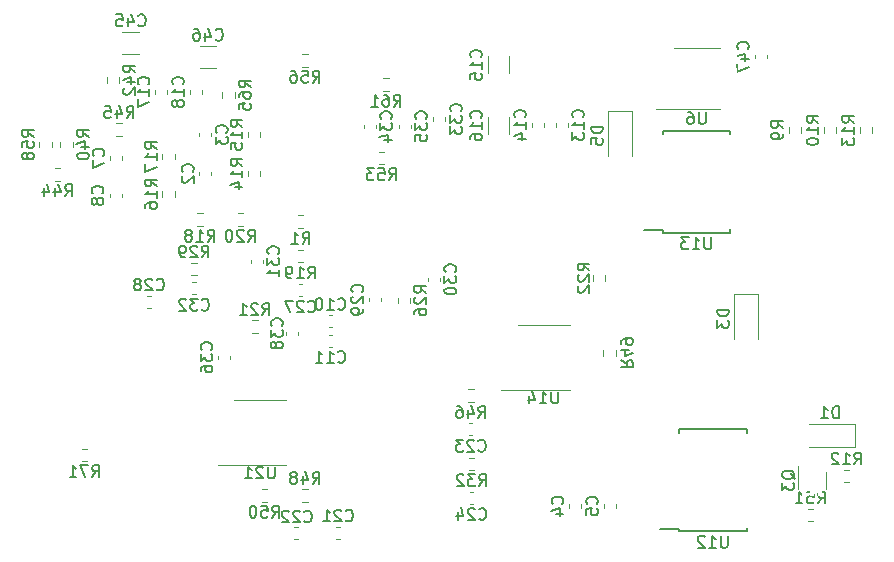
<source format=gbo>
G04 #@! TF.GenerationSoftware,KiCad,Pcbnew,(5.1.9-0-10_14)*
G04 #@! TF.CreationDate,2021-07-02T21:32:49-05:00*
G04 #@! TF.ProjectId,bath_clamp_v1,62617468-5f63-46c6-916d-705f76312e6b,rev?*
G04 #@! TF.SameCoordinates,Original*
G04 #@! TF.FileFunction,Legend,Bot*
G04 #@! TF.FilePolarity,Positive*
%FSLAX46Y46*%
G04 Gerber Fmt 4.6, Leading zero omitted, Abs format (unit mm)*
G04 Created by KiCad (PCBNEW (5.1.9-0-10_14)) date 2021-07-02 21:32:49*
%MOMM*%
%LPD*%
G01*
G04 APERTURE LIST*
%ADD10C,0.120000*%
%ADD11C,0.150000*%
%ADD12C,2.153200*%
%ADD13C,2.082800*%
%ADD14R,1.100000X1.100000*%
%ADD15C,5.600000*%
%ADD16C,5.599999*%
%ADD17R,0.400000X0.650000*%
%ADD18R,1.750000X0.450000*%
G04 APERTURE END LIST*
D10*
X63891700Y43244380D02*
X63891700Y42963220D01*
X64911700Y43244380D02*
X64911700Y42963220D01*
X19877300Y39628042D02*
X19877300Y40102558D01*
X18832300Y39628042D02*
X18832300Y40102558D01*
X18326152Y43975700D02*
X16903648Y43975700D01*
X18326152Y42155700D02*
X16903648Y42155700D01*
X11785652Y45182200D02*
X10363148Y45182200D01*
X11785652Y43362200D02*
X10363148Y43362200D01*
X46024800Y14905300D02*
X42424800Y14905300D01*
X46024800Y14905300D02*
X48224800Y14905300D01*
X46024800Y20375300D02*
X43824800Y20375300D01*
X46024800Y20375300D02*
X48224800Y20375300D01*
X34736300Y22229042D02*
X34736300Y22703558D01*
X33691300Y22229042D02*
X33691300Y22703558D01*
X51246300Y24134042D02*
X51246300Y24608558D01*
X50201300Y24134042D02*
X50201300Y24608558D01*
X21814558Y20766300D02*
X21340042Y20766300D01*
X21814558Y19721300D02*
X21340042Y19721300D01*
X25213542Y25690300D02*
X25688058Y25690300D01*
X25213542Y26735300D02*
X25688058Y26735300D01*
X16704542Y28801800D02*
X17179058Y28801800D01*
X16704542Y29846800D02*
X17179058Y29846800D01*
X71916058Y8129800D02*
X71441542Y8129800D01*
X71916058Y7084800D02*
X71441542Y7084800D01*
X51501800Y38509300D02*
X53501800Y38509300D01*
X53501800Y38509300D02*
X53501800Y34659300D01*
X51501800Y38509300D02*
X51501800Y34659300D01*
X62169800Y23015300D02*
X64169800Y23015300D01*
X64169800Y23015300D02*
X64169800Y19165300D01*
X62169800Y23015300D02*
X62169800Y19165300D01*
X72357800Y12036300D02*
X72357800Y10036300D01*
X72357800Y10036300D02*
X68507800Y10036300D01*
X72357800Y12036300D02*
X68507800Y12036300D01*
X6925542Y9907800D02*
X7400058Y9907800D01*
X6925542Y8862800D02*
X7400058Y8862800D01*
X25594542Y43308800D02*
X26069058Y43308800D01*
X25594542Y42263800D02*
X26069058Y42263800D01*
X20133542Y29846800D02*
X20608058Y29846800D01*
X20133542Y28801800D02*
X20608058Y28801800D01*
X25213542Y29656300D02*
X25688058Y29656300D01*
X25213542Y28611300D02*
X25688058Y28611300D01*
X39691542Y8100800D02*
X40166058Y8100800D01*
X39691542Y9145800D02*
X40166058Y9145800D01*
X68868058Y4827800D02*
X68393542Y4827800D01*
X68868058Y3782800D02*
X68393542Y3782800D01*
X22165542Y5433800D02*
X22640058Y5433800D01*
X22165542Y6478800D02*
X22640058Y6478800D01*
X52135300Y17784042D02*
X52135300Y18258558D01*
X51090300Y17784042D02*
X51090300Y18258558D01*
X26069058Y6478800D02*
X25594542Y6478800D01*
X26069058Y5433800D02*
X25594542Y5433800D01*
X39634042Y13883300D02*
X40108558Y13883300D01*
X39634042Y14928300D02*
X40108558Y14928300D01*
X10321058Y37466800D02*
X9846542Y37466800D01*
X10321058Y36421800D02*
X9846542Y36421800D01*
X10098300Y40898042D02*
X10098300Y41372558D01*
X9053300Y40898042D02*
X9053300Y41372558D01*
X69917800Y7926300D02*
X69917800Y6526300D01*
X67597800Y6526300D02*
X67597800Y8426300D01*
X10339800Y31215720D02*
X10339800Y31496880D01*
X9319800Y31215720D02*
X9319800Y31496880D01*
X25591380Y22845300D02*
X25310220Y22845300D01*
X25591380Y23865300D02*
X25310220Y23865300D01*
X22021800Y14025300D02*
X24221800Y14025300D01*
X22021800Y14025300D02*
X19821800Y14025300D01*
X22021800Y8555300D02*
X24221800Y8555300D01*
X22021800Y8555300D02*
X18421800Y8555300D01*
X4383300Y35911558D02*
X4383300Y35437042D01*
X3338300Y35911558D02*
X3338300Y35437042D01*
X39724720Y11034300D02*
X40005880Y11034300D01*
X39724720Y12054300D02*
X40005880Y12054300D01*
X39788220Y5255800D02*
X40069380Y5255800D01*
X39788220Y6275800D02*
X40069380Y6275800D01*
X5114058Y33656800D02*
X4639542Y33656800D01*
X5114058Y32611800D02*
X4639542Y32611800D01*
X6161300Y35437042D02*
X6161300Y35911558D01*
X5116300Y35437042D02*
X5116300Y35911558D01*
X25262300Y19531720D02*
X25262300Y19812880D01*
X24242300Y19531720D02*
X24242300Y19812880D01*
X18463800Y17780880D02*
X18463800Y17499720D01*
X19483800Y17780880D02*
X19483800Y17499720D01*
X32452542Y41276800D02*
X32927058Y41276800D01*
X32452542Y40231800D02*
X32927058Y40231800D01*
X32071542Y35053800D02*
X32546058Y35053800D01*
X32071542Y34008800D02*
X32546058Y34008800D01*
X33767300Y37057720D02*
X33767300Y37338880D01*
X34787300Y37057720D02*
X34787300Y37338880D01*
X30782800Y37057720D02*
X30782800Y37338880D01*
X31802800Y37057720D02*
X31802800Y37338880D01*
X36624800Y37692720D02*
X36624800Y37973880D01*
X37644800Y37692720D02*
X37644800Y37973880D01*
X16293220Y23992300D02*
X16574380Y23992300D01*
X16293220Y22972300D02*
X16574380Y22972300D01*
X21257800Y25627720D02*
X21257800Y25908880D01*
X22277800Y25627720D02*
X22277800Y25908880D01*
X36243800Y24103720D02*
X36243800Y24384880D01*
X37263800Y24103720D02*
X37263800Y24384880D01*
X32247300Y22670380D02*
X32247300Y22389220D01*
X31227300Y22670380D02*
X31227300Y22389220D01*
X12764380Y21829300D02*
X12483220Y21829300D01*
X12764380Y22849300D02*
X12483220Y22849300D01*
D11*
X56103800Y28174300D02*
X56103800Y28399300D01*
X61853800Y28174300D02*
X61853800Y28474300D01*
X61853800Y36824300D02*
X61853800Y36524300D01*
X56103800Y36824300D02*
X56103800Y36524300D01*
X56103800Y28174300D02*
X61853800Y28174300D01*
X56103800Y36824300D02*
X61853800Y36824300D01*
X56103800Y28399300D02*
X54503800Y28399300D01*
X57500800Y2901300D02*
X57500800Y3126300D01*
X63250800Y2901300D02*
X63250800Y3201300D01*
X63250800Y11551300D02*
X63250800Y11251300D01*
X57500800Y11551300D02*
X57500800Y11251300D01*
X57500800Y2901300D02*
X63250800Y2901300D01*
X57500800Y11551300D02*
X63250800Y11551300D01*
X57500800Y3126300D02*
X55900800Y3126300D01*
D10*
X58978800Y43822300D02*
X60928800Y43822300D01*
X58978800Y43822300D02*
X57028800Y43822300D01*
X58978800Y38702300D02*
X60928800Y38702300D01*
X58978800Y38702300D02*
X55528800Y38702300D01*
X16671058Y25655800D02*
X16196542Y25655800D01*
X16671058Y24610800D02*
X16196542Y24610800D01*
X13752300Y34895558D02*
X13752300Y34421042D01*
X14797300Y34895558D02*
X14797300Y34421042D01*
X13752300Y31720558D02*
X13752300Y31246042D01*
X14797300Y31720558D02*
X14797300Y31246042D01*
X20991300Y36737058D02*
X20991300Y36262542D01*
X22036300Y36737058D02*
X22036300Y36262542D01*
X20991300Y33435058D02*
X20991300Y32960542D01*
X22036300Y33435058D02*
X22036300Y32960542D01*
X72781900Y37105358D02*
X72781900Y36630842D01*
X73826900Y37105358D02*
X73826900Y36630842D01*
X69759300Y37118058D02*
X69759300Y36643542D01*
X70804300Y37118058D02*
X70804300Y36643542D01*
X66774800Y37118058D02*
X66774800Y36643542D01*
X67819800Y37118058D02*
X67819800Y36643542D01*
X24929220Y2271300D02*
X25210380Y2271300D01*
X24929220Y3291300D02*
X25210380Y3291300D01*
X28766380Y3291300D02*
X28485220Y3291300D01*
X28766380Y2271300D02*
X28485220Y2271300D01*
X16050800Y40259880D02*
X16050800Y39978720D01*
X17070800Y40259880D02*
X17070800Y39978720D01*
X13129800Y40259880D02*
X13129800Y39978720D01*
X14149800Y40259880D02*
X14149800Y39978720D01*
X41304800Y37987552D02*
X41304800Y36565048D01*
X43124800Y37987552D02*
X43124800Y36565048D01*
X41304800Y43116552D02*
X41304800Y41694048D01*
X43124800Y43116552D02*
X43124800Y41694048D01*
X45006800Y37465880D02*
X45006800Y37184720D01*
X46026800Y37465880D02*
X46026800Y37184720D01*
X48058800Y37184720D02*
X48058800Y37465880D01*
X47038800Y37184720D02*
X47038800Y37465880D01*
X28131380Y19547300D02*
X27850220Y19547300D01*
X28131380Y18527300D02*
X27850220Y18527300D01*
X28131380Y21198300D02*
X27850220Y21198300D01*
X28131380Y20178300D02*
X27850220Y20178300D01*
X9319800Y34671880D02*
X9319800Y34390720D01*
X10339800Y34671880D02*
X10339800Y34390720D01*
X51102800Y5207880D02*
X51102800Y4926720D01*
X52122800Y5207880D02*
X52122800Y4926720D01*
X48181800Y5207880D02*
X48181800Y4926720D01*
X49201800Y5207880D02*
X49201800Y4926720D01*
X17896300Y36359220D02*
X17896300Y36640380D01*
X16876300Y36359220D02*
X16876300Y36640380D01*
X16876300Y33338380D02*
X16876300Y33057220D01*
X17896300Y33338380D02*
X17896300Y33057220D01*
D11*
X63328842Y43746657D02*
X63376461Y43794276D01*
X63424080Y43937133D01*
X63424080Y44032371D01*
X63376461Y44175228D01*
X63281223Y44270466D01*
X63185985Y44318085D01*
X62995509Y44365704D01*
X62852652Y44365704D01*
X62662176Y44318085D01*
X62566938Y44270466D01*
X62471700Y44175228D01*
X62424080Y44032371D01*
X62424080Y43937133D01*
X62471700Y43794276D01*
X62519319Y43746657D01*
X62757414Y42889514D02*
X63424080Y42889514D01*
X62376461Y43127609D02*
X63090747Y43365704D01*
X63090747Y42746657D01*
X62424080Y42460942D02*
X62424080Y41794276D01*
X63424080Y42222847D01*
X21237180Y40508157D02*
X20760990Y40841490D01*
X21237180Y41079585D02*
X20237180Y41079585D01*
X20237180Y40698633D01*
X20284800Y40603395D01*
X20332419Y40555776D01*
X20427657Y40508157D01*
X20570514Y40508157D01*
X20665752Y40555776D01*
X20713371Y40603395D01*
X20760990Y40698633D01*
X20760990Y41079585D01*
X20237180Y39651014D02*
X20237180Y39841490D01*
X20284800Y39936728D01*
X20332419Y39984347D01*
X20475276Y40079585D01*
X20665752Y40127204D01*
X21046704Y40127204D01*
X21141942Y40079585D01*
X21189561Y40031966D01*
X21237180Y39936728D01*
X21237180Y39746252D01*
X21189561Y39651014D01*
X21141942Y39603395D01*
X21046704Y39555776D01*
X20808609Y39555776D01*
X20713371Y39603395D01*
X20665752Y39651014D01*
X20618133Y39746252D01*
X20618133Y39936728D01*
X20665752Y40031966D01*
X20713371Y40079585D01*
X20808609Y40127204D01*
X20237180Y38651014D02*
X20237180Y39127204D01*
X20713371Y39174823D01*
X20665752Y39127204D01*
X20618133Y39031966D01*
X20618133Y38793871D01*
X20665752Y38698633D01*
X20713371Y38651014D01*
X20808609Y38603395D01*
X21046704Y38603395D01*
X21141942Y38651014D01*
X21189561Y38698633D01*
X21237180Y38793871D01*
X21237180Y39031966D01*
X21189561Y39127204D01*
X21141942Y39174823D01*
X18257757Y44558557D02*
X18305376Y44510938D01*
X18448233Y44463319D01*
X18543471Y44463319D01*
X18686328Y44510938D01*
X18781566Y44606176D01*
X18829185Y44701414D01*
X18876804Y44891890D01*
X18876804Y45034747D01*
X18829185Y45225223D01*
X18781566Y45320461D01*
X18686328Y45415700D01*
X18543471Y45463319D01*
X18448233Y45463319D01*
X18305376Y45415700D01*
X18257757Y45368080D01*
X17400614Y45129985D02*
X17400614Y44463319D01*
X17638709Y45510938D02*
X17876804Y44796652D01*
X17257757Y44796652D01*
X16448233Y45463319D02*
X16638709Y45463319D01*
X16733947Y45415700D01*
X16781566Y45368080D01*
X16876804Y45225223D01*
X16924423Y45034747D01*
X16924423Y44653795D01*
X16876804Y44558557D01*
X16829185Y44510938D01*
X16733947Y44463319D01*
X16543471Y44463319D01*
X16448233Y44510938D01*
X16400614Y44558557D01*
X16352995Y44653795D01*
X16352995Y44891890D01*
X16400614Y44987128D01*
X16448233Y45034747D01*
X16543471Y45082366D01*
X16733947Y45082366D01*
X16829185Y45034747D01*
X16876804Y44987128D01*
X16924423Y44891890D01*
X11717257Y45765057D02*
X11764876Y45717438D01*
X11907733Y45669819D01*
X12002971Y45669819D01*
X12145828Y45717438D01*
X12241066Y45812676D01*
X12288685Y45907914D01*
X12336304Y46098390D01*
X12336304Y46241247D01*
X12288685Y46431723D01*
X12241066Y46526961D01*
X12145828Y46622200D01*
X12002971Y46669819D01*
X11907733Y46669819D01*
X11764876Y46622200D01*
X11717257Y46574580D01*
X10860114Y46336485D02*
X10860114Y45669819D01*
X11098209Y46717438D02*
X11336304Y46003152D01*
X10717257Y46003152D01*
X9860114Y46669819D02*
X10336304Y46669819D01*
X10383923Y46193628D01*
X10336304Y46241247D01*
X10241066Y46288866D01*
X10002971Y46288866D01*
X9907733Y46241247D01*
X9860114Y46193628D01*
X9812495Y46098390D01*
X9812495Y45860295D01*
X9860114Y45765057D01*
X9907733Y45717438D01*
X10002971Y45669819D01*
X10241066Y45669819D01*
X10336304Y45717438D01*
X10383923Y45765057D01*
X47262895Y14737919D02*
X47262895Y13928395D01*
X47215276Y13833157D01*
X47167657Y13785538D01*
X47072419Y13737919D01*
X46881942Y13737919D01*
X46786704Y13785538D01*
X46739085Y13833157D01*
X46691466Y13928395D01*
X46691466Y14737919D01*
X45691466Y13737919D02*
X46262895Y13737919D01*
X45977180Y13737919D02*
X45977180Y14737919D01*
X46072419Y14595061D01*
X46167657Y14499823D01*
X46262895Y14452204D01*
X44834323Y14404585D02*
X44834323Y13737919D01*
X45072419Y14785538D02*
X45310514Y14071252D01*
X44691466Y14071252D01*
X36096180Y23109157D02*
X35619990Y23442490D01*
X36096180Y23680585D02*
X35096180Y23680585D01*
X35096180Y23299633D01*
X35143800Y23204395D01*
X35191419Y23156776D01*
X35286657Y23109157D01*
X35429514Y23109157D01*
X35524752Y23156776D01*
X35572371Y23204395D01*
X35619990Y23299633D01*
X35619990Y23680585D01*
X35191419Y22728204D02*
X35143800Y22680585D01*
X35096180Y22585347D01*
X35096180Y22347252D01*
X35143800Y22252014D01*
X35191419Y22204395D01*
X35286657Y22156776D01*
X35381895Y22156776D01*
X35524752Y22204395D01*
X36096180Y22775823D01*
X36096180Y22156776D01*
X35096180Y21299633D02*
X35096180Y21490109D01*
X35143800Y21585347D01*
X35191419Y21632966D01*
X35334276Y21728204D01*
X35524752Y21775823D01*
X35905704Y21775823D01*
X36000942Y21728204D01*
X36048561Y21680585D01*
X36096180Y21585347D01*
X36096180Y21394871D01*
X36048561Y21299633D01*
X36000942Y21252014D01*
X35905704Y21204395D01*
X35667609Y21204395D01*
X35572371Y21252014D01*
X35524752Y21299633D01*
X35477133Y21394871D01*
X35477133Y21585347D01*
X35524752Y21680585D01*
X35572371Y21728204D01*
X35667609Y21775823D01*
X49906180Y25014157D02*
X49429990Y25347490D01*
X49906180Y25585585D02*
X48906180Y25585585D01*
X48906180Y25204633D01*
X48953800Y25109395D01*
X49001419Y25061776D01*
X49096657Y25014157D01*
X49239514Y25014157D01*
X49334752Y25061776D01*
X49382371Y25109395D01*
X49429990Y25204633D01*
X49429990Y25585585D01*
X49001419Y24633204D02*
X48953800Y24585585D01*
X48906180Y24490347D01*
X48906180Y24252252D01*
X48953800Y24157014D01*
X49001419Y24109395D01*
X49096657Y24061776D01*
X49191895Y24061776D01*
X49334752Y24109395D01*
X49906180Y24680823D01*
X49906180Y24061776D01*
X49001419Y23680823D02*
X48953800Y23633204D01*
X48906180Y23537966D01*
X48906180Y23299871D01*
X48953800Y23204633D01*
X49001419Y23157014D01*
X49096657Y23109395D01*
X49191895Y23109395D01*
X49334752Y23157014D01*
X49906180Y23728442D01*
X49906180Y23109395D01*
X22220157Y21221419D02*
X22553490Y21697609D01*
X22791585Y21221419D02*
X22791585Y22221419D01*
X22410633Y22221419D01*
X22315395Y22173800D01*
X22267776Y22126180D01*
X22220157Y22030942D01*
X22220157Y21888085D01*
X22267776Y21792847D01*
X22315395Y21745228D01*
X22410633Y21697609D01*
X22791585Y21697609D01*
X21839204Y22126180D02*
X21791585Y22173800D01*
X21696347Y22221419D01*
X21458252Y22221419D01*
X21363014Y22173800D01*
X21315395Y22126180D01*
X21267776Y22030942D01*
X21267776Y21935704D01*
X21315395Y21792847D01*
X21886823Y21221419D01*
X21267776Y21221419D01*
X20315395Y21221419D02*
X20886823Y21221419D01*
X20601109Y21221419D02*
X20601109Y22221419D01*
X20696347Y22078561D01*
X20791585Y21983323D01*
X20886823Y21935704D01*
X26093657Y24330419D02*
X26426990Y24806609D01*
X26665085Y24330419D02*
X26665085Y25330419D01*
X26284133Y25330419D01*
X26188895Y25282800D01*
X26141276Y25235180D01*
X26093657Y25139942D01*
X26093657Y24997085D01*
X26141276Y24901847D01*
X26188895Y24854228D01*
X26284133Y24806609D01*
X26665085Y24806609D01*
X25141276Y24330419D02*
X25712704Y24330419D01*
X25426990Y24330419D02*
X25426990Y25330419D01*
X25522228Y25187561D01*
X25617466Y25092323D01*
X25712704Y25044704D01*
X24665085Y24330419D02*
X24474609Y24330419D01*
X24379371Y24378038D01*
X24331752Y24425657D01*
X24236514Y24568514D01*
X24188895Y24758990D01*
X24188895Y25139942D01*
X24236514Y25235180D01*
X24284133Y25282800D01*
X24379371Y25330419D01*
X24569847Y25330419D01*
X24665085Y25282800D01*
X24712704Y25235180D01*
X24760323Y25139942D01*
X24760323Y24901847D01*
X24712704Y24806609D01*
X24665085Y24758990D01*
X24569847Y24711371D01*
X24379371Y24711371D01*
X24284133Y24758990D01*
X24236514Y24806609D01*
X24188895Y24901847D01*
X17584657Y27441919D02*
X17917990Y27918109D01*
X18156085Y27441919D02*
X18156085Y28441919D01*
X17775133Y28441919D01*
X17679895Y28394300D01*
X17632276Y28346680D01*
X17584657Y28251442D01*
X17584657Y28108585D01*
X17632276Y28013347D01*
X17679895Y27965728D01*
X17775133Y27918109D01*
X18156085Y27918109D01*
X16632276Y27441919D02*
X17203704Y27441919D01*
X16917990Y27441919D02*
X16917990Y28441919D01*
X17013228Y28299061D01*
X17108466Y28203823D01*
X17203704Y28156204D01*
X16060847Y28013347D02*
X16156085Y28060966D01*
X16203704Y28108585D01*
X16251323Y28203823D01*
X16251323Y28251442D01*
X16203704Y28346680D01*
X16156085Y28394300D01*
X16060847Y28441919D01*
X15870371Y28441919D01*
X15775133Y28394300D01*
X15727514Y28346680D01*
X15679895Y28251442D01*
X15679895Y28203823D01*
X15727514Y28108585D01*
X15775133Y28060966D01*
X15870371Y28013347D01*
X16060847Y28013347D01*
X16156085Y27965728D01*
X16203704Y27918109D01*
X16251323Y27822871D01*
X16251323Y27632395D01*
X16203704Y27537157D01*
X16156085Y27489538D01*
X16060847Y27441919D01*
X15870371Y27441919D01*
X15775133Y27489538D01*
X15727514Y27537157D01*
X15679895Y27632395D01*
X15679895Y27822871D01*
X15727514Y27918109D01*
X15775133Y27965728D01*
X15870371Y28013347D01*
X72321657Y8584919D02*
X72654990Y9061109D01*
X72893085Y8584919D02*
X72893085Y9584919D01*
X72512133Y9584919D01*
X72416895Y9537300D01*
X72369276Y9489680D01*
X72321657Y9394442D01*
X72321657Y9251585D01*
X72369276Y9156347D01*
X72416895Y9108728D01*
X72512133Y9061109D01*
X72893085Y9061109D01*
X71369276Y8584919D02*
X71940704Y8584919D01*
X71654990Y8584919D02*
X71654990Y9584919D01*
X71750228Y9442061D01*
X71845466Y9346823D01*
X71940704Y9299204D01*
X70988323Y9489680D02*
X70940704Y9537300D01*
X70845466Y9584919D01*
X70607371Y9584919D01*
X70512133Y9537300D01*
X70464514Y9489680D01*
X70416895Y9394442D01*
X70416895Y9299204D01*
X70464514Y9156347D01*
X71035942Y8584919D01*
X70416895Y8584919D01*
X51049180Y37174395D02*
X50049180Y37174395D01*
X50049180Y36936300D01*
X50096800Y36793442D01*
X50192038Y36698204D01*
X50287276Y36650585D01*
X50477752Y36602966D01*
X50620609Y36602966D01*
X50811085Y36650585D01*
X50906323Y36698204D01*
X51001561Y36793442D01*
X51049180Y36936300D01*
X51049180Y37174395D01*
X50049180Y35698204D02*
X50049180Y36174395D01*
X50525371Y36222014D01*
X50477752Y36174395D01*
X50430133Y36079157D01*
X50430133Y35841061D01*
X50477752Y35745823D01*
X50525371Y35698204D01*
X50620609Y35650585D01*
X50858704Y35650585D01*
X50953942Y35698204D01*
X51001561Y35745823D01*
X51049180Y35841061D01*
X51049180Y36079157D01*
X51001561Y36174395D01*
X50953942Y36222014D01*
X61717180Y21680395D02*
X60717180Y21680395D01*
X60717180Y21442300D01*
X60764800Y21299442D01*
X60860038Y21204204D01*
X60955276Y21156585D01*
X61145752Y21108966D01*
X61288609Y21108966D01*
X61479085Y21156585D01*
X61574323Y21204204D01*
X61669561Y21299442D01*
X61717180Y21442300D01*
X61717180Y21680395D01*
X60717180Y20775633D02*
X60717180Y20156585D01*
X61098133Y20489919D01*
X61098133Y20347061D01*
X61145752Y20251823D01*
X61193371Y20204204D01*
X61288609Y20156585D01*
X61526704Y20156585D01*
X61621942Y20204204D01*
X61669561Y20251823D01*
X61717180Y20347061D01*
X61717180Y20632776D01*
X61669561Y20728014D01*
X61621942Y20775633D01*
X71022895Y12488919D02*
X71022895Y13488919D01*
X70784800Y13488919D01*
X70641942Y13441300D01*
X70546704Y13346061D01*
X70499085Y13250823D01*
X70451466Y13060347D01*
X70451466Y12917490D01*
X70499085Y12727014D01*
X70546704Y12631776D01*
X70641942Y12536538D01*
X70784800Y12488919D01*
X71022895Y12488919D01*
X69499085Y12488919D02*
X70070514Y12488919D01*
X69784800Y12488919D02*
X69784800Y13488919D01*
X69880038Y13346061D01*
X69975276Y13250823D01*
X70070514Y13203204D01*
X7805657Y7502919D02*
X8138990Y7979109D01*
X8377085Y7502919D02*
X8377085Y8502919D01*
X7996133Y8502919D01*
X7900895Y8455300D01*
X7853276Y8407680D01*
X7805657Y8312442D01*
X7805657Y8169585D01*
X7853276Y8074347D01*
X7900895Y8026728D01*
X7996133Y7979109D01*
X8377085Y7979109D01*
X7472323Y8502919D02*
X6805657Y8502919D01*
X7234228Y7502919D01*
X5900895Y7502919D02*
X6472323Y7502919D01*
X6186609Y7502919D02*
X6186609Y8502919D01*
X6281847Y8360061D01*
X6377085Y8264823D01*
X6472323Y8217204D01*
X26474657Y40903919D02*
X26807990Y41380109D01*
X27046085Y40903919D02*
X27046085Y41903919D01*
X26665133Y41903919D01*
X26569895Y41856300D01*
X26522276Y41808680D01*
X26474657Y41713442D01*
X26474657Y41570585D01*
X26522276Y41475347D01*
X26569895Y41427728D01*
X26665133Y41380109D01*
X27046085Y41380109D01*
X25569895Y41903919D02*
X26046085Y41903919D01*
X26093704Y41427728D01*
X26046085Y41475347D01*
X25950847Y41522966D01*
X25712752Y41522966D01*
X25617514Y41475347D01*
X25569895Y41427728D01*
X25522276Y41332490D01*
X25522276Y41094395D01*
X25569895Y40999157D01*
X25617514Y40951538D01*
X25712752Y40903919D01*
X25950847Y40903919D01*
X26046085Y40951538D01*
X26093704Y40999157D01*
X24665133Y41903919D02*
X24855609Y41903919D01*
X24950847Y41856300D01*
X24998466Y41808680D01*
X25093704Y41665823D01*
X25141323Y41475347D01*
X25141323Y41094395D01*
X25093704Y40999157D01*
X25046085Y40951538D01*
X24950847Y40903919D01*
X24760371Y40903919D01*
X24665133Y40951538D01*
X24617514Y40999157D01*
X24569895Y41094395D01*
X24569895Y41332490D01*
X24617514Y41427728D01*
X24665133Y41475347D01*
X24760371Y41522966D01*
X24950847Y41522966D01*
X25046085Y41475347D01*
X25093704Y41427728D01*
X25141323Y41332490D01*
X21013657Y27441919D02*
X21346990Y27918109D01*
X21585085Y27441919D02*
X21585085Y28441919D01*
X21204133Y28441919D01*
X21108895Y28394300D01*
X21061276Y28346680D01*
X21013657Y28251442D01*
X21013657Y28108585D01*
X21061276Y28013347D01*
X21108895Y27965728D01*
X21204133Y27918109D01*
X21585085Y27918109D01*
X20632704Y28346680D02*
X20585085Y28394300D01*
X20489847Y28441919D01*
X20251752Y28441919D01*
X20156514Y28394300D01*
X20108895Y28346680D01*
X20061276Y28251442D01*
X20061276Y28156204D01*
X20108895Y28013347D01*
X20680323Y27441919D01*
X20061276Y27441919D01*
X19442228Y28441919D02*
X19346990Y28441919D01*
X19251752Y28394300D01*
X19204133Y28346680D01*
X19156514Y28251442D01*
X19108895Y28060966D01*
X19108895Y27822871D01*
X19156514Y27632395D01*
X19204133Y27537157D01*
X19251752Y27489538D01*
X19346990Y27441919D01*
X19442228Y27441919D01*
X19537466Y27489538D01*
X19585085Y27537157D01*
X19632704Y27632395D01*
X19680323Y27822871D01*
X19680323Y28060966D01*
X19632704Y28251442D01*
X19585085Y28346680D01*
X19537466Y28394300D01*
X19442228Y28441919D01*
X25617466Y27251419D02*
X25950800Y27727609D01*
X26188895Y27251419D02*
X26188895Y28251419D01*
X25807942Y28251419D01*
X25712704Y28203800D01*
X25665085Y28156180D01*
X25617466Y28060942D01*
X25617466Y27918085D01*
X25665085Y27822847D01*
X25712704Y27775228D01*
X25807942Y27727609D01*
X26188895Y27727609D01*
X24665085Y27251419D02*
X25236514Y27251419D01*
X24950800Y27251419D02*
X24950800Y28251419D01*
X25046038Y28108561D01*
X25141276Y28013323D01*
X25236514Y27965704D01*
X40571657Y6740919D02*
X40904990Y7217109D01*
X41143085Y6740919D02*
X41143085Y7740919D01*
X40762133Y7740919D01*
X40666895Y7693300D01*
X40619276Y7645680D01*
X40571657Y7550442D01*
X40571657Y7407585D01*
X40619276Y7312347D01*
X40666895Y7264728D01*
X40762133Y7217109D01*
X41143085Y7217109D01*
X40238323Y7740919D02*
X39619276Y7740919D01*
X39952609Y7359966D01*
X39809752Y7359966D01*
X39714514Y7312347D01*
X39666895Y7264728D01*
X39619276Y7169490D01*
X39619276Y6931395D01*
X39666895Y6836157D01*
X39714514Y6788538D01*
X39809752Y6740919D01*
X40095466Y6740919D01*
X40190704Y6788538D01*
X40238323Y6836157D01*
X39238323Y7645680D02*
X39190704Y7693300D01*
X39095466Y7740919D01*
X38857371Y7740919D01*
X38762133Y7693300D01*
X38714514Y7645680D01*
X38666895Y7550442D01*
X38666895Y7455204D01*
X38714514Y7312347D01*
X39285942Y6740919D01*
X38666895Y6740919D01*
X69273657Y5282919D02*
X69606990Y5759109D01*
X69845085Y5282919D02*
X69845085Y6282919D01*
X69464133Y6282919D01*
X69368895Y6235300D01*
X69321276Y6187680D01*
X69273657Y6092442D01*
X69273657Y5949585D01*
X69321276Y5854347D01*
X69368895Y5806728D01*
X69464133Y5759109D01*
X69845085Y5759109D01*
X68368895Y6282919D02*
X68845085Y6282919D01*
X68892704Y5806728D01*
X68845085Y5854347D01*
X68749847Y5901966D01*
X68511752Y5901966D01*
X68416514Y5854347D01*
X68368895Y5806728D01*
X68321276Y5711490D01*
X68321276Y5473395D01*
X68368895Y5378157D01*
X68416514Y5330538D01*
X68511752Y5282919D01*
X68749847Y5282919D01*
X68845085Y5330538D01*
X68892704Y5378157D01*
X67368895Y5282919D02*
X67940323Y5282919D01*
X67654609Y5282919D02*
X67654609Y6282919D01*
X67749847Y6140061D01*
X67845085Y6044823D01*
X67940323Y5997204D01*
X23045657Y4073919D02*
X23378990Y4550109D01*
X23617085Y4073919D02*
X23617085Y5073919D01*
X23236133Y5073919D01*
X23140895Y5026300D01*
X23093276Y4978680D01*
X23045657Y4883442D01*
X23045657Y4740585D01*
X23093276Y4645347D01*
X23140895Y4597728D01*
X23236133Y4550109D01*
X23617085Y4550109D01*
X22140895Y5073919D02*
X22617085Y5073919D01*
X22664704Y4597728D01*
X22617085Y4645347D01*
X22521847Y4692966D01*
X22283752Y4692966D01*
X22188514Y4645347D01*
X22140895Y4597728D01*
X22093276Y4502490D01*
X22093276Y4264395D01*
X22140895Y4169157D01*
X22188514Y4121538D01*
X22283752Y4073919D01*
X22521847Y4073919D01*
X22617085Y4121538D01*
X22664704Y4169157D01*
X21474228Y5073919D02*
X21378990Y5073919D01*
X21283752Y5026300D01*
X21236133Y4978680D01*
X21188514Y4883442D01*
X21140895Y4692966D01*
X21140895Y4454871D01*
X21188514Y4264395D01*
X21236133Y4169157D01*
X21283752Y4121538D01*
X21378990Y4073919D01*
X21474228Y4073919D01*
X21569466Y4121538D01*
X21617085Y4169157D01*
X21664704Y4264395D01*
X21712323Y4454871D01*
X21712323Y4692966D01*
X21664704Y4883442D01*
X21617085Y4978680D01*
X21569466Y5026300D01*
X21474228Y5073919D01*
X52590419Y17378442D02*
X53066609Y17045109D01*
X52590419Y16807014D02*
X53590419Y16807014D01*
X53590419Y17187966D01*
X53542800Y17283204D01*
X53495180Y17330823D01*
X53399942Y17378442D01*
X53257085Y17378442D01*
X53161847Y17330823D01*
X53114228Y17283204D01*
X53066609Y17187966D01*
X53066609Y16807014D01*
X53257085Y18235585D02*
X52590419Y18235585D01*
X53638038Y17997490D02*
X52923752Y17759395D01*
X52923752Y18378442D01*
X52590419Y18807014D02*
X52590419Y18997490D01*
X52638038Y19092728D01*
X52685657Y19140347D01*
X52828514Y19235585D01*
X53018990Y19283204D01*
X53399942Y19283204D01*
X53495180Y19235585D01*
X53542800Y19187966D01*
X53590419Y19092728D01*
X53590419Y18902252D01*
X53542800Y18807014D01*
X53495180Y18759395D01*
X53399942Y18711776D01*
X53161847Y18711776D01*
X53066609Y18759395D01*
X53018990Y18807014D01*
X52971371Y18902252D01*
X52971371Y19092728D01*
X53018990Y19187966D01*
X53066609Y19235585D01*
X53161847Y19283204D01*
X26474657Y6933919D02*
X26807990Y7410109D01*
X27046085Y6933919D02*
X27046085Y7933919D01*
X26665133Y7933919D01*
X26569895Y7886300D01*
X26522276Y7838680D01*
X26474657Y7743442D01*
X26474657Y7600585D01*
X26522276Y7505347D01*
X26569895Y7457728D01*
X26665133Y7410109D01*
X27046085Y7410109D01*
X25617514Y7600585D02*
X25617514Y6933919D01*
X25855609Y7981538D02*
X26093704Y7267252D01*
X25474657Y7267252D01*
X24950847Y7505347D02*
X25046085Y7552966D01*
X25093704Y7600585D01*
X25141323Y7695823D01*
X25141323Y7743442D01*
X25093704Y7838680D01*
X25046085Y7886300D01*
X24950847Y7933919D01*
X24760371Y7933919D01*
X24665133Y7886300D01*
X24617514Y7838680D01*
X24569895Y7743442D01*
X24569895Y7695823D01*
X24617514Y7600585D01*
X24665133Y7552966D01*
X24760371Y7505347D01*
X24950847Y7505347D01*
X25046085Y7457728D01*
X25093704Y7410109D01*
X25141323Y7314871D01*
X25141323Y7124395D01*
X25093704Y7029157D01*
X25046085Y6981538D01*
X24950847Y6933919D01*
X24760371Y6933919D01*
X24665133Y6981538D01*
X24617514Y7029157D01*
X24569895Y7124395D01*
X24569895Y7314871D01*
X24617514Y7410109D01*
X24665133Y7457728D01*
X24760371Y7505347D01*
X40514157Y12523419D02*
X40847490Y12999609D01*
X41085585Y12523419D02*
X41085585Y13523419D01*
X40704633Y13523419D01*
X40609395Y13475800D01*
X40561776Y13428180D01*
X40514157Y13332942D01*
X40514157Y13190085D01*
X40561776Y13094847D01*
X40609395Y13047228D01*
X40704633Y12999609D01*
X41085585Y12999609D01*
X39657014Y13190085D02*
X39657014Y12523419D01*
X39895109Y13571038D02*
X40133204Y12856752D01*
X39514157Y12856752D01*
X38704633Y13523419D02*
X38895109Y13523419D01*
X38990347Y13475800D01*
X39037966Y13428180D01*
X39133204Y13285323D01*
X39180823Y13094847D01*
X39180823Y12713895D01*
X39133204Y12618657D01*
X39085585Y12571038D01*
X38990347Y12523419D01*
X38799871Y12523419D01*
X38704633Y12571038D01*
X38657014Y12618657D01*
X38609395Y12713895D01*
X38609395Y12951990D01*
X38657014Y13047228D01*
X38704633Y13094847D01*
X38799871Y13142466D01*
X38990347Y13142466D01*
X39085585Y13094847D01*
X39133204Y13047228D01*
X39180823Y12951990D01*
X10726657Y37921919D02*
X11059990Y38398109D01*
X11298085Y37921919D02*
X11298085Y38921919D01*
X10917133Y38921919D01*
X10821895Y38874300D01*
X10774276Y38826680D01*
X10726657Y38731442D01*
X10726657Y38588585D01*
X10774276Y38493347D01*
X10821895Y38445728D01*
X10917133Y38398109D01*
X11298085Y38398109D01*
X9869514Y38588585D02*
X9869514Y37921919D01*
X10107609Y38969538D02*
X10345704Y38255252D01*
X9726657Y38255252D01*
X8869514Y38921919D02*
X9345704Y38921919D01*
X9393323Y38445728D01*
X9345704Y38493347D01*
X9250466Y38540966D01*
X9012371Y38540966D01*
X8917133Y38493347D01*
X8869514Y38445728D01*
X8821895Y38350490D01*
X8821895Y38112395D01*
X8869514Y38017157D01*
X8917133Y37969538D01*
X9012371Y37921919D01*
X9250466Y37921919D01*
X9345704Y37969538D01*
X9393323Y38017157D01*
X11458180Y41778157D02*
X10981990Y42111490D01*
X11458180Y42349585D02*
X10458180Y42349585D01*
X10458180Y41968633D01*
X10505800Y41873395D01*
X10553419Y41825776D01*
X10648657Y41778157D01*
X10791514Y41778157D01*
X10886752Y41825776D01*
X10934371Y41873395D01*
X10981990Y41968633D01*
X10981990Y42349585D01*
X10791514Y40921014D02*
X11458180Y40921014D01*
X10410561Y41159109D02*
X11124847Y41397204D01*
X11124847Y40778157D01*
X10553419Y40444823D02*
X10505800Y40397204D01*
X10458180Y40301966D01*
X10458180Y40063871D01*
X10505800Y39968633D01*
X10553419Y39921014D01*
X10648657Y39873395D01*
X10743895Y39873395D01*
X10886752Y39921014D01*
X11458180Y40492442D01*
X11458180Y39873395D01*
X67305419Y7321538D02*
X67257800Y7416776D01*
X67162561Y7512014D01*
X67019704Y7654871D01*
X66972085Y7750109D01*
X66972085Y7845347D01*
X67210180Y7797728D02*
X67162561Y7892966D01*
X67067323Y7988204D01*
X66876847Y8035823D01*
X66543514Y8035823D01*
X66353038Y7988204D01*
X66257800Y7892966D01*
X66210180Y7797728D01*
X66210180Y7607252D01*
X66257800Y7512014D01*
X66353038Y7416776D01*
X66543514Y7369157D01*
X66876847Y7369157D01*
X67067323Y7416776D01*
X67162561Y7512014D01*
X67210180Y7607252D01*
X67210180Y7797728D01*
X66210180Y7035823D02*
X66210180Y6416776D01*
X66591133Y6750109D01*
X66591133Y6607252D01*
X66638752Y6512014D01*
X66686371Y6464395D01*
X66781609Y6416776D01*
X67019704Y6416776D01*
X67114942Y6464395D01*
X67162561Y6512014D01*
X67210180Y6607252D01*
X67210180Y6892966D01*
X67162561Y6988204D01*
X67114942Y7035823D01*
X8662942Y31522966D02*
X8710561Y31570585D01*
X8758180Y31713442D01*
X8758180Y31808680D01*
X8710561Y31951538D01*
X8615323Y32046776D01*
X8520085Y32094395D01*
X8329609Y32142014D01*
X8186752Y32142014D01*
X7996276Y32094395D01*
X7901038Y32046776D01*
X7805800Y31951538D01*
X7758180Y31808680D01*
X7758180Y31713442D01*
X7805800Y31570585D01*
X7853419Y31522966D01*
X8186752Y30951538D02*
X8139133Y31046776D01*
X8091514Y31094395D01*
X7996276Y31142014D01*
X7948657Y31142014D01*
X7853419Y31094395D01*
X7805800Y31046776D01*
X7758180Y30951538D01*
X7758180Y30761061D01*
X7805800Y30665823D01*
X7853419Y30618204D01*
X7948657Y30570585D01*
X7996276Y30570585D01*
X8091514Y30618204D01*
X8139133Y30665823D01*
X8186752Y30761061D01*
X8186752Y30951538D01*
X8234371Y31046776D01*
X8281990Y31094395D01*
X8377228Y31142014D01*
X8567704Y31142014D01*
X8662942Y31094395D01*
X8710561Y31046776D01*
X8758180Y30951538D01*
X8758180Y30761061D01*
X8710561Y30665823D01*
X8662942Y30618204D01*
X8567704Y30570585D01*
X8377228Y30570585D01*
X8281990Y30618204D01*
X8234371Y30665823D01*
X8186752Y30761061D01*
X26093657Y21537657D02*
X26141276Y21490038D01*
X26284133Y21442419D01*
X26379371Y21442419D01*
X26522228Y21490038D01*
X26617466Y21585276D01*
X26665085Y21680514D01*
X26712704Y21870990D01*
X26712704Y22013847D01*
X26665085Y22204323D01*
X26617466Y22299561D01*
X26522228Y22394800D01*
X26379371Y22442419D01*
X26284133Y22442419D01*
X26141276Y22394800D01*
X26093657Y22347180D01*
X25712704Y22347180D02*
X25665085Y22394800D01*
X25569847Y22442419D01*
X25331752Y22442419D01*
X25236514Y22394800D01*
X25188895Y22347180D01*
X25141276Y22251942D01*
X25141276Y22156704D01*
X25188895Y22013847D01*
X25760323Y21442419D01*
X25141276Y21442419D01*
X24807942Y22442419D02*
X24141276Y22442419D01*
X24569847Y21442419D01*
X23259895Y8387919D02*
X23259895Y7578395D01*
X23212276Y7483157D01*
X23164657Y7435538D01*
X23069419Y7387919D01*
X22878942Y7387919D01*
X22783704Y7435538D01*
X22736085Y7483157D01*
X22688466Y7578395D01*
X22688466Y8387919D01*
X22259895Y8292680D02*
X22212276Y8340300D01*
X22117038Y8387919D01*
X21878942Y8387919D01*
X21783704Y8340300D01*
X21736085Y8292680D01*
X21688466Y8197442D01*
X21688466Y8102204D01*
X21736085Y7959347D01*
X22307514Y7387919D01*
X21688466Y7387919D01*
X20736085Y7387919D02*
X21307514Y7387919D01*
X21021800Y7387919D02*
X21021800Y8387919D01*
X21117038Y8245061D01*
X21212276Y8149823D01*
X21307514Y8102204D01*
X2883180Y36317157D02*
X2406990Y36650490D01*
X2883180Y36888585D02*
X1883180Y36888585D01*
X1883180Y36507633D01*
X1930800Y36412395D01*
X1978419Y36364776D01*
X2073657Y36317157D01*
X2216514Y36317157D01*
X2311752Y36364776D01*
X2359371Y36412395D01*
X2406990Y36507633D01*
X2406990Y36888585D01*
X1883180Y35412395D02*
X1883180Y35888585D01*
X2359371Y35936204D01*
X2311752Y35888585D01*
X2264133Y35793347D01*
X2264133Y35555252D01*
X2311752Y35460014D01*
X2359371Y35412395D01*
X2454609Y35364776D01*
X2692704Y35364776D01*
X2787942Y35412395D01*
X2835561Y35460014D01*
X2883180Y35555252D01*
X2883180Y35793347D01*
X2835561Y35888585D01*
X2787942Y35936204D01*
X2311752Y34793347D02*
X2264133Y34888585D01*
X2216514Y34936204D01*
X2121276Y34983823D01*
X2073657Y34983823D01*
X1978419Y34936204D01*
X1930800Y34888585D01*
X1883180Y34793347D01*
X1883180Y34602871D01*
X1930800Y34507633D01*
X1978419Y34460014D01*
X2073657Y34412395D01*
X2121276Y34412395D01*
X2216514Y34460014D01*
X2264133Y34507633D01*
X2311752Y34602871D01*
X2311752Y34793347D01*
X2359371Y34888585D01*
X2406990Y34936204D01*
X2502228Y34983823D01*
X2692704Y34983823D01*
X2787942Y34936204D01*
X2835561Y34888585D01*
X2883180Y34793347D01*
X2883180Y34602871D01*
X2835561Y34507633D01*
X2787942Y34460014D01*
X2692704Y34412395D01*
X2502228Y34412395D01*
X2406990Y34460014D01*
X2359371Y34507633D01*
X2311752Y34602871D01*
X40508157Y9757157D02*
X40555776Y9709538D01*
X40698633Y9661919D01*
X40793871Y9661919D01*
X40936728Y9709538D01*
X41031966Y9804776D01*
X41079585Y9900014D01*
X41127204Y10090490D01*
X41127204Y10233347D01*
X41079585Y10423823D01*
X41031966Y10519061D01*
X40936728Y10614300D01*
X40793871Y10661919D01*
X40698633Y10661919D01*
X40555776Y10614300D01*
X40508157Y10566680D01*
X40127204Y10566680D02*
X40079585Y10614300D01*
X39984347Y10661919D01*
X39746252Y10661919D01*
X39651014Y10614300D01*
X39603395Y10566680D01*
X39555776Y10471442D01*
X39555776Y10376204D01*
X39603395Y10233347D01*
X40174823Y9661919D01*
X39555776Y9661919D01*
X39222442Y10661919D02*
X38603395Y10661919D01*
X38936728Y10280966D01*
X38793871Y10280966D01*
X38698633Y10233347D01*
X38651014Y10185728D01*
X38603395Y10090490D01*
X38603395Y9852395D01*
X38651014Y9757157D01*
X38698633Y9709538D01*
X38793871Y9661919D01*
X39079585Y9661919D01*
X39174823Y9709538D01*
X39222442Y9757157D01*
X40571657Y3978657D02*
X40619276Y3931038D01*
X40762133Y3883419D01*
X40857371Y3883419D01*
X41000228Y3931038D01*
X41095466Y4026276D01*
X41143085Y4121514D01*
X41190704Y4311990D01*
X41190704Y4454847D01*
X41143085Y4645323D01*
X41095466Y4740561D01*
X41000228Y4835800D01*
X40857371Y4883419D01*
X40762133Y4883419D01*
X40619276Y4835800D01*
X40571657Y4788180D01*
X40190704Y4788180D02*
X40143085Y4835800D01*
X40047847Y4883419D01*
X39809752Y4883419D01*
X39714514Y4835800D01*
X39666895Y4788180D01*
X39619276Y4692942D01*
X39619276Y4597704D01*
X39666895Y4454847D01*
X40238323Y3883419D01*
X39619276Y3883419D01*
X38762133Y4550085D02*
X38762133Y3883419D01*
X39000228Y4931038D02*
X39238323Y4216752D01*
X38619276Y4216752D01*
X5519657Y31284919D02*
X5852990Y31761109D01*
X6091085Y31284919D02*
X6091085Y32284919D01*
X5710133Y32284919D01*
X5614895Y32237300D01*
X5567276Y32189680D01*
X5519657Y32094442D01*
X5519657Y31951585D01*
X5567276Y31856347D01*
X5614895Y31808728D01*
X5710133Y31761109D01*
X6091085Y31761109D01*
X4662514Y31951585D02*
X4662514Y31284919D01*
X4900609Y32332538D02*
X5138704Y31618252D01*
X4519657Y31618252D01*
X3710133Y31951585D02*
X3710133Y31284919D01*
X3948228Y32332538D02*
X4186323Y31618252D01*
X3567276Y31618252D01*
X7521180Y36317157D02*
X7044990Y36650490D01*
X7521180Y36888585D02*
X6521180Y36888585D01*
X6521180Y36507633D01*
X6568800Y36412395D01*
X6616419Y36364776D01*
X6711657Y36317157D01*
X6854514Y36317157D01*
X6949752Y36364776D01*
X6997371Y36412395D01*
X7044990Y36507633D01*
X7044990Y36888585D01*
X6854514Y35460014D02*
X7521180Y35460014D01*
X6473561Y35698109D02*
X7187847Y35936204D01*
X7187847Y35317157D01*
X6521180Y34745728D02*
X6521180Y34650490D01*
X6568800Y34555252D01*
X6616419Y34507633D01*
X6711657Y34460014D01*
X6902133Y34412395D01*
X7140228Y34412395D01*
X7330704Y34460014D01*
X7425942Y34507633D01*
X7473561Y34555252D01*
X7521180Y34650490D01*
X7521180Y34745728D01*
X7473561Y34840966D01*
X7425942Y34888585D01*
X7330704Y34936204D01*
X7140228Y34983823D01*
X6902133Y34983823D01*
X6711657Y34936204D01*
X6616419Y34888585D01*
X6568800Y34840966D01*
X6521180Y34745728D01*
X23839442Y20315157D02*
X23887061Y20362776D01*
X23934680Y20505633D01*
X23934680Y20600871D01*
X23887061Y20743728D01*
X23791823Y20838966D01*
X23696585Y20886585D01*
X23506109Y20934204D01*
X23363252Y20934204D01*
X23172776Y20886585D01*
X23077538Y20838966D01*
X22982300Y20743728D01*
X22934680Y20600871D01*
X22934680Y20505633D01*
X22982300Y20362776D01*
X23029919Y20315157D01*
X22934680Y19981823D02*
X22934680Y19362776D01*
X23315633Y19696109D01*
X23315633Y19553252D01*
X23363252Y19458014D01*
X23410871Y19410395D01*
X23506109Y19362776D01*
X23744204Y19362776D01*
X23839442Y19410395D01*
X23887061Y19458014D01*
X23934680Y19553252D01*
X23934680Y19838966D01*
X23887061Y19934204D01*
X23839442Y19981823D01*
X23363252Y18791347D02*
X23315633Y18886585D01*
X23268014Y18934204D01*
X23172776Y18981823D01*
X23125157Y18981823D01*
X23029919Y18934204D01*
X22982300Y18886585D01*
X22934680Y18791347D01*
X22934680Y18600871D01*
X22982300Y18505633D01*
X23029919Y18458014D01*
X23125157Y18410395D01*
X23172776Y18410395D01*
X23268014Y18458014D01*
X23315633Y18505633D01*
X23363252Y18600871D01*
X23363252Y18791347D01*
X23410871Y18886585D01*
X23458490Y18934204D01*
X23553728Y18981823D01*
X23744204Y18981823D01*
X23839442Y18934204D01*
X23887061Y18886585D01*
X23934680Y18791347D01*
X23934680Y18600871D01*
X23887061Y18505633D01*
X23839442Y18458014D01*
X23744204Y18410395D01*
X23553728Y18410395D01*
X23458490Y18458014D01*
X23410871Y18505633D01*
X23363252Y18600871D01*
X17900942Y18283157D02*
X17948561Y18330776D01*
X17996180Y18473633D01*
X17996180Y18568871D01*
X17948561Y18711728D01*
X17853323Y18806966D01*
X17758085Y18854585D01*
X17567609Y18902204D01*
X17424752Y18902204D01*
X17234276Y18854585D01*
X17139038Y18806966D01*
X17043800Y18711728D01*
X16996180Y18568871D01*
X16996180Y18473633D01*
X17043800Y18330776D01*
X17091419Y18283157D01*
X16996180Y17949823D02*
X16996180Y17330776D01*
X17377133Y17664109D01*
X17377133Y17521252D01*
X17424752Y17426014D01*
X17472371Y17378395D01*
X17567609Y17330776D01*
X17805704Y17330776D01*
X17900942Y17378395D01*
X17948561Y17426014D01*
X17996180Y17521252D01*
X17996180Y17806966D01*
X17948561Y17902204D01*
X17900942Y17949823D01*
X16996180Y16473633D02*
X16996180Y16664109D01*
X17043800Y16759347D01*
X17091419Y16806966D01*
X17234276Y16902204D01*
X17424752Y16949823D01*
X17805704Y16949823D01*
X17900942Y16902204D01*
X17948561Y16854585D01*
X17996180Y16759347D01*
X17996180Y16568871D01*
X17948561Y16473633D01*
X17900942Y16426014D01*
X17805704Y16378395D01*
X17567609Y16378395D01*
X17472371Y16426014D01*
X17424752Y16473633D01*
X17377133Y16568871D01*
X17377133Y16759347D01*
X17424752Y16854585D01*
X17472371Y16902204D01*
X17567609Y16949823D01*
X33332657Y38871919D02*
X33665990Y39348109D01*
X33904085Y38871919D02*
X33904085Y39871919D01*
X33523133Y39871919D01*
X33427895Y39824300D01*
X33380276Y39776680D01*
X33332657Y39681442D01*
X33332657Y39538585D01*
X33380276Y39443347D01*
X33427895Y39395728D01*
X33523133Y39348109D01*
X33904085Y39348109D01*
X32475514Y39871919D02*
X32665990Y39871919D01*
X32761228Y39824300D01*
X32808847Y39776680D01*
X32904085Y39633823D01*
X32951704Y39443347D01*
X32951704Y39062395D01*
X32904085Y38967157D01*
X32856466Y38919538D01*
X32761228Y38871919D01*
X32570752Y38871919D01*
X32475514Y38919538D01*
X32427895Y38967157D01*
X32380276Y39062395D01*
X32380276Y39300490D01*
X32427895Y39395728D01*
X32475514Y39443347D01*
X32570752Y39490966D01*
X32761228Y39490966D01*
X32856466Y39443347D01*
X32904085Y39395728D01*
X32951704Y39300490D01*
X31427895Y38871919D02*
X31999323Y38871919D01*
X31713609Y38871919D02*
X31713609Y39871919D01*
X31808847Y39729061D01*
X31904085Y39633823D01*
X31999323Y39586204D01*
X32951657Y32648919D02*
X33284990Y33125109D01*
X33523085Y32648919D02*
X33523085Y33648919D01*
X33142133Y33648919D01*
X33046895Y33601300D01*
X32999276Y33553680D01*
X32951657Y33458442D01*
X32951657Y33315585D01*
X32999276Y33220347D01*
X33046895Y33172728D01*
X33142133Y33125109D01*
X33523085Y33125109D01*
X32046895Y33648919D02*
X32523085Y33648919D01*
X32570704Y33172728D01*
X32523085Y33220347D01*
X32427847Y33267966D01*
X32189752Y33267966D01*
X32094514Y33220347D01*
X32046895Y33172728D01*
X31999276Y33077490D01*
X31999276Y32839395D01*
X32046895Y32744157D01*
X32094514Y32696538D01*
X32189752Y32648919D01*
X32427847Y32648919D01*
X32523085Y32696538D01*
X32570704Y32744157D01*
X31665942Y33648919D02*
X31046895Y33648919D01*
X31380228Y33267966D01*
X31237371Y33267966D01*
X31142133Y33220347D01*
X31094514Y33172728D01*
X31046895Y33077490D01*
X31046895Y32839395D01*
X31094514Y32744157D01*
X31142133Y32696538D01*
X31237371Y32648919D01*
X31523085Y32648919D01*
X31618323Y32696538D01*
X31665942Y32744157D01*
X36064442Y37841157D02*
X36112061Y37888776D01*
X36159680Y38031633D01*
X36159680Y38126871D01*
X36112061Y38269728D01*
X36016823Y38364966D01*
X35921585Y38412585D01*
X35731109Y38460204D01*
X35588252Y38460204D01*
X35397776Y38412585D01*
X35302538Y38364966D01*
X35207300Y38269728D01*
X35159680Y38126871D01*
X35159680Y38031633D01*
X35207300Y37888776D01*
X35254919Y37841157D01*
X35159680Y37507823D02*
X35159680Y36888776D01*
X35540633Y37222109D01*
X35540633Y37079252D01*
X35588252Y36984014D01*
X35635871Y36936395D01*
X35731109Y36888776D01*
X35969204Y36888776D01*
X36064442Y36936395D01*
X36112061Y36984014D01*
X36159680Y37079252D01*
X36159680Y37364966D01*
X36112061Y37460204D01*
X36064442Y37507823D01*
X35159680Y35984014D02*
X35159680Y36460204D01*
X35635871Y36507823D01*
X35588252Y36460204D01*
X35540633Y36364966D01*
X35540633Y36126871D01*
X35588252Y36031633D01*
X35635871Y35984014D01*
X35731109Y35936395D01*
X35969204Y35936395D01*
X36064442Y35984014D01*
X36112061Y36031633D01*
X36159680Y36126871D01*
X36159680Y36364966D01*
X36112061Y36460204D01*
X36064442Y36507823D01*
X33079942Y37841157D02*
X33127561Y37888776D01*
X33175180Y38031633D01*
X33175180Y38126871D01*
X33127561Y38269728D01*
X33032323Y38364966D01*
X32937085Y38412585D01*
X32746609Y38460204D01*
X32603752Y38460204D01*
X32413276Y38412585D01*
X32318038Y38364966D01*
X32222800Y38269728D01*
X32175180Y38126871D01*
X32175180Y38031633D01*
X32222800Y37888776D01*
X32270419Y37841157D01*
X32175180Y37507823D02*
X32175180Y36888776D01*
X32556133Y37222109D01*
X32556133Y37079252D01*
X32603752Y36984014D01*
X32651371Y36936395D01*
X32746609Y36888776D01*
X32984704Y36888776D01*
X33079942Y36936395D01*
X33127561Y36984014D01*
X33175180Y37079252D01*
X33175180Y37364966D01*
X33127561Y37460204D01*
X33079942Y37507823D01*
X32508514Y36031633D02*
X33175180Y36031633D01*
X32127561Y36269728D02*
X32841847Y36507823D01*
X32841847Y35888776D01*
X39015942Y38476157D02*
X39063561Y38523776D01*
X39111180Y38666633D01*
X39111180Y38761871D01*
X39063561Y38904728D01*
X38968323Y38999966D01*
X38873085Y39047585D01*
X38682609Y39095204D01*
X38539752Y39095204D01*
X38349276Y39047585D01*
X38254038Y38999966D01*
X38158800Y38904728D01*
X38111180Y38761871D01*
X38111180Y38666633D01*
X38158800Y38523776D01*
X38206419Y38476157D01*
X38111180Y38142823D02*
X38111180Y37523776D01*
X38492133Y37857109D01*
X38492133Y37714252D01*
X38539752Y37619014D01*
X38587371Y37571395D01*
X38682609Y37523776D01*
X38920704Y37523776D01*
X39015942Y37571395D01*
X39063561Y37619014D01*
X39111180Y37714252D01*
X39111180Y37999966D01*
X39063561Y38095204D01*
X39015942Y38142823D01*
X38111180Y37190442D02*
X38111180Y36571395D01*
X38492133Y36904728D01*
X38492133Y36761871D01*
X38539752Y36666633D01*
X38587371Y36619014D01*
X38682609Y36571395D01*
X38920704Y36571395D01*
X39015942Y36619014D01*
X39063561Y36666633D01*
X39111180Y36761871D01*
X39111180Y37047585D01*
X39063561Y37142823D01*
X39015942Y37190442D01*
X17076657Y21695157D02*
X17124276Y21647538D01*
X17267133Y21599919D01*
X17362371Y21599919D01*
X17505228Y21647538D01*
X17600466Y21742776D01*
X17648085Y21838014D01*
X17695704Y22028490D01*
X17695704Y22171347D01*
X17648085Y22361823D01*
X17600466Y22457061D01*
X17505228Y22552300D01*
X17362371Y22599919D01*
X17267133Y22599919D01*
X17124276Y22552300D01*
X17076657Y22504680D01*
X16743323Y22599919D02*
X16124276Y22599919D01*
X16457609Y22218966D01*
X16314752Y22218966D01*
X16219514Y22171347D01*
X16171895Y22123728D01*
X16124276Y22028490D01*
X16124276Y21790395D01*
X16171895Y21695157D01*
X16219514Y21647538D01*
X16314752Y21599919D01*
X16600466Y21599919D01*
X16695704Y21647538D01*
X16743323Y21695157D01*
X15743323Y22504680D02*
X15695704Y22552300D01*
X15600466Y22599919D01*
X15362371Y22599919D01*
X15267133Y22552300D01*
X15219514Y22504680D01*
X15171895Y22409442D01*
X15171895Y22314204D01*
X15219514Y22171347D01*
X15790942Y21599919D01*
X15171895Y21599919D01*
X23554942Y26411157D02*
X23602561Y26458776D01*
X23650180Y26601633D01*
X23650180Y26696871D01*
X23602561Y26839728D01*
X23507323Y26934966D01*
X23412085Y26982585D01*
X23221609Y27030204D01*
X23078752Y27030204D01*
X22888276Y26982585D01*
X22793038Y26934966D01*
X22697800Y26839728D01*
X22650180Y26696871D01*
X22650180Y26601633D01*
X22697800Y26458776D01*
X22745419Y26411157D01*
X22650180Y26077823D02*
X22650180Y25458776D01*
X23031133Y25792109D01*
X23031133Y25649252D01*
X23078752Y25554014D01*
X23126371Y25506395D01*
X23221609Y25458776D01*
X23459704Y25458776D01*
X23554942Y25506395D01*
X23602561Y25554014D01*
X23650180Y25649252D01*
X23650180Y25934966D01*
X23602561Y26030204D01*
X23554942Y26077823D01*
X23650180Y24506395D02*
X23650180Y25077823D01*
X23650180Y24792109D02*
X22650180Y24792109D01*
X22793038Y24887347D01*
X22888276Y24982585D01*
X22935895Y25077823D01*
X38540942Y24887157D02*
X38588561Y24934776D01*
X38636180Y25077633D01*
X38636180Y25172871D01*
X38588561Y25315728D01*
X38493323Y25410966D01*
X38398085Y25458585D01*
X38207609Y25506204D01*
X38064752Y25506204D01*
X37874276Y25458585D01*
X37779038Y25410966D01*
X37683800Y25315728D01*
X37636180Y25172871D01*
X37636180Y25077633D01*
X37683800Y24934776D01*
X37731419Y24887157D01*
X37636180Y24553823D02*
X37636180Y23934776D01*
X38017133Y24268109D01*
X38017133Y24125252D01*
X38064752Y24030014D01*
X38112371Y23982395D01*
X38207609Y23934776D01*
X38445704Y23934776D01*
X38540942Y23982395D01*
X38588561Y24030014D01*
X38636180Y24125252D01*
X38636180Y24410966D01*
X38588561Y24506204D01*
X38540942Y24553823D01*
X37636180Y23315728D02*
X37636180Y23220490D01*
X37683800Y23125252D01*
X37731419Y23077633D01*
X37826657Y23030014D01*
X38017133Y22982395D01*
X38255228Y22982395D01*
X38445704Y23030014D01*
X38540942Y23077633D01*
X38588561Y23125252D01*
X38636180Y23220490D01*
X38636180Y23315728D01*
X38588561Y23410966D01*
X38540942Y23458585D01*
X38445704Y23506204D01*
X38255228Y23553823D01*
X38017133Y23553823D01*
X37826657Y23506204D01*
X37731419Y23458585D01*
X37683800Y23410966D01*
X37636180Y23315728D01*
X30664442Y23172657D02*
X30712061Y23220276D01*
X30759680Y23363133D01*
X30759680Y23458371D01*
X30712061Y23601228D01*
X30616823Y23696466D01*
X30521585Y23744085D01*
X30331109Y23791704D01*
X30188252Y23791704D01*
X29997776Y23744085D01*
X29902538Y23696466D01*
X29807300Y23601228D01*
X29759680Y23458371D01*
X29759680Y23363133D01*
X29807300Y23220276D01*
X29854919Y23172657D01*
X29854919Y22791704D02*
X29807300Y22744085D01*
X29759680Y22648847D01*
X29759680Y22410752D01*
X29807300Y22315514D01*
X29854919Y22267895D01*
X29950157Y22220276D01*
X30045395Y22220276D01*
X30188252Y22267895D01*
X30759680Y22839323D01*
X30759680Y22220276D01*
X30759680Y21744085D02*
X30759680Y21553609D01*
X30712061Y21458371D01*
X30664442Y21410752D01*
X30521585Y21315514D01*
X30331109Y21267895D01*
X29950157Y21267895D01*
X29854919Y21315514D01*
X29807300Y21363133D01*
X29759680Y21458371D01*
X29759680Y21648847D01*
X29807300Y21744085D01*
X29854919Y21791704D01*
X29950157Y21839323D01*
X30188252Y21839323D01*
X30283490Y21791704D01*
X30331109Y21744085D01*
X30378728Y21648847D01*
X30378728Y21458371D01*
X30331109Y21363133D01*
X30283490Y21315514D01*
X30188252Y21267895D01*
X13266657Y23412157D02*
X13314276Y23364538D01*
X13457133Y23316919D01*
X13552371Y23316919D01*
X13695228Y23364538D01*
X13790466Y23459776D01*
X13838085Y23555014D01*
X13885704Y23745490D01*
X13885704Y23888347D01*
X13838085Y24078823D01*
X13790466Y24174061D01*
X13695228Y24269300D01*
X13552371Y24316919D01*
X13457133Y24316919D01*
X13314276Y24269300D01*
X13266657Y24221680D01*
X12885704Y24221680D02*
X12838085Y24269300D01*
X12742847Y24316919D01*
X12504752Y24316919D01*
X12409514Y24269300D01*
X12361895Y24221680D01*
X12314276Y24126442D01*
X12314276Y24031204D01*
X12361895Y23888347D01*
X12933323Y23316919D01*
X12314276Y23316919D01*
X11742847Y23888347D02*
X11838085Y23935966D01*
X11885704Y23983585D01*
X11933323Y24078823D01*
X11933323Y24126442D01*
X11885704Y24221680D01*
X11838085Y24269300D01*
X11742847Y24316919D01*
X11552371Y24316919D01*
X11457133Y24269300D01*
X11409514Y24221680D01*
X11361895Y24126442D01*
X11361895Y24078823D01*
X11409514Y23983585D01*
X11457133Y23935966D01*
X11552371Y23888347D01*
X11742847Y23888347D01*
X11838085Y23840728D01*
X11885704Y23793109D01*
X11933323Y23697871D01*
X11933323Y23507395D01*
X11885704Y23412157D01*
X11838085Y23364538D01*
X11742847Y23316919D01*
X11552371Y23316919D01*
X11457133Y23364538D01*
X11409514Y23412157D01*
X11361895Y23507395D01*
X11361895Y23697871D01*
X11409514Y23793109D01*
X11457133Y23840728D01*
X11552371Y23888347D01*
X60216895Y27796919D02*
X60216895Y26987395D01*
X60169276Y26892157D01*
X60121657Y26844538D01*
X60026419Y26796919D01*
X59835942Y26796919D01*
X59740704Y26844538D01*
X59693085Y26892157D01*
X59645466Y26987395D01*
X59645466Y27796919D01*
X58645466Y26796919D02*
X59216895Y26796919D01*
X58931180Y26796919D02*
X58931180Y27796919D01*
X59026419Y27654061D01*
X59121657Y27558823D01*
X59216895Y27511204D01*
X58312133Y27796919D02*
X57693085Y27796919D01*
X58026419Y27415966D01*
X57883561Y27415966D01*
X57788323Y27368347D01*
X57740704Y27320728D01*
X57693085Y27225490D01*
X57693085Y26987395D01*
X57740704Y26892157D01*
X57788323Y26844538D01*
X57883561Y26796919D01*
X58169276Y26796919D01*
X58264514Y26844538D01*
X58312133Y26892157D01*
X61613895Y2523919D02*
X61613895Y1714395D01*
X61566276Y1619157D01*
X61518657Y1571538D01*
X61423419Y1523919D01*
X61232942Y1523919D01*
X61137704Y1571538D01*
X61090085Y1619157D01*
X61042466Y1714395D01*
X61042466Y2523919D01*
X60042466Y1523919D02*
X60613895Y1523919D01*
X60328180Y1523919D02*
X60328180Y2523919D01*
X60423419Y2381061D01*
X60518657Y2285823D01*
X60613895Y2238204D01*
X59661514Y2428680D02*
X59613895Y2476300D01*
X59518657Y2523919D01*
X59280561Y2523919D01*
X59185323Y2476300D01*
X59137704Y2428680D01*
X59090085Y2333442D01*
X59090085Y2238204D01*
X59137704Y2095347D01*
X59709133Y1523919D01*
X59090085Y1523919D01*
X59740704Y38409919D02*
X59740704Y37600395D01*
X59693085Y37505157D01*
X59645466Y37457538D01*
X59550228Y37409919D01*
X59359752Y37409919D01*
X59264514Y37457538D01*
X59216895Y37505157D01*
X59169276Y37600395D01*
X59169276Y38409919D01*
X58264514Y38409919D02*
X58454990Y38409919D01*
X58550228Y38362300D01*
X58597847Y38314680D01*
X58693085Y38171823D01*
X58740704Y37981347D01*
X58740704Y37600395D01*
X58693085Y37505157D01*
X58645466Y37457538D01*
X58550228Y37409919D01*
X58359752Y37409919D01*
X58264514Y37457538D01*
X58216895Y37505157D01*
X58169276Y37600395D01*
X58169276Y37838490D01*
X58216895Y37933728D01*
X58264514Y37981347D01*
X58359752Y38028966D01*
X58550228Y38028966D01*
X58645466Y37981347D01*
X58693085Y37933728D01*
X58740704Y37838490D01*
X17076657Y26110919D02*
X17409990Y26587109D01*
X17648085Y26110919D02*
X17648085Y27110919D01*
X17267133Y27110919D01*
X17171895Y27063300D01*
X17124276Y27015680D01*
X17076657Y26920442D01*
X17076657Y26777585D01*
X17124276Y26682347D01*
X17171895Y26634728D01*
X17267133Y26587109D01*
X17648085Y26587109D01*
X16695704Y27015680D02*
X16648085Y27063300D01*
X16552847Y27110919D01*
X16314752Y27110919D01*
X16219514Y27063300D01*
X16171895Y27015680D01*
X16124276Y26920442D01*
X16124276Y26825204D01*
X16171895Y26682347D01*
X16743323Y26110919D01*
X16124276Y26110919D01*
X15648085Y26110919D02*
X15457609Y26110919D01*
X15362371Y26158538D01*
X15314752Y26206157D01*
X15219514Y26349014D01*
X15171895Y26539490D01*
X15171895Y26920442D01*
X15219514Y27015680D01*
X15267133Y27063300D01*
X15362371Y27110919D01*
X15552847Y27110919D01*
X15648085Y27063300D01*
X15695704Y27015680D01*
X15743323Y26920442D01*
X15743323Y26682347D01*
X15695704Y26587109D01*
X15648085Y26539490D01*
X15552847Y26491871D01*
X15362371Y26491871D01*
X15267133Y26539490D01*
X15219514Y26587109D01*
X15171895Y26682347D01*
X13297180Y35301157D02*
X12820990Y35634490D01*
X13297180Y35872585D02*
X12297180Y35872585D01*
X12297180Y35491633D01*
X12344800Y35396395D01*
X12392419Y35348776D01*
X12487657Y35301157D01*
X12630514Y35301157D01*
X12725752Y35348776D01*
X12773371Y35396395D01*
X12820990Y35491633D01*
X12820990Y35872585D01*
X13297180Y34348776D02*
X13297180Y34920204D01*
X13297180Y34634490D02*
X12297180Y34634490D01*
X12440038Y34729728D01*
X12535276Y34824966D01*
X12582895Y34920204D01*
X12297180Y34015442D02*
X12297180Y33348776D01*
X13297180Y33777347D01*
X13297180Y32126157D02*
X12820990Y32459490D01*
X13297180Y32697585D02*
X12297180Y32697585D01*
X12297180Y32316633D01*
X12344800Y32221395D01*
X12392419Y32173776D01*
X12487657Y32126157D01*
X12630514Y32126157D01*
X12725752Y32173776D01*
X12773371Y32221395D01*
X12820990Y32316633D01*
X12820990Y32697585D01*
X13297180Y31173776D02*
X13297180Y31745204D01*
X13297180Y31459490D02*
X12297180Y31459490D01*
X12440038Y31554728D01*
X12535276Y31649966D01*
X12582895Y31745204D01*
X12297180Y30316633D02*
X12297180Y30507109D01*
X12344800Y30602347D01*
X12392419Y30649966D01*
X12535276Y30745204D01*
X12725752Y30792823D01*
X13106704Y30792823D01*
X13201942Y30745204D01*
X13249561Y30697585D01*
X13297180Y30602347D01*
X13297180Y30411871D01*
X13249561Y30316633D01*
X13201942Y30269014D01*
X13106704Y30221395D01*
X12868609Y30221395D01*
X12773371Y30269014D01*
X12725752Y30316633D01*
X12678133Y30411871D01*
X12678133Y30602347D01*
X12725752Y30697585D01*
X12773371Y30745204D01*
X12868609Y30792823D01*
X20536180Y37142657D02*
X20059990Y37475990D01*
X20536180Y37714085D02*
X19536180Y37714085D01*
X19536180Y37333133D01*
X19583800Y37237895D01*
X19631419Y37190276D01*
X19726657Y37142657D01*
X19869514Y37142657D01*
X19964752Y37190276D01*
X20012371Y37237895D01*
X20059990Y37333133D01*
X20059990Y37714085D01*
X20536180Y36190276D02*
X20536180Y36761704D01*
X20536180Y36475990D02*
X19536180Y36475990D01*
X19679038Y36571228D01*
X19774276Y36666466D01*
X19821895Y36761704D01*
X19536180Y35285514D02*
X19536180Y35761704D01*
X20012371Y35809323D01*
X19964752Y35761704D01*
X19917133Y35666466D01*
X19917133Y35428371D01*
X19964752Y35333133D01*
X20012371Y35285514D01*
X20107609Y35237895D01*
X20345704Y35237895D01*
X20440942Y35285514D01*
X20488561Y35333133D01*
X20536180Y35428371D01*
X20536180Y35666466D01*
X20488561Y35761704D01*
X20440942Y35809323D01*
X20536180Y33840657D02*
X20059990Y34173990D01*
X20536180Y34412085D02*
X19536180Y34412085D01*
X19536180Y34031133D01*
X19583800Y33935895D01*
X19631419Y33888276D01*
X19726657Y33840657D01*
X19869514Y33840657D01*
X19964752Y33888276D01*
X20012371Y33935895D01*
X20059990Y34031133D01*
X20059990Y34412085D01*
X20536180Y32888276D02*
X20536180Y33459704D01*
X20536180Y33173990D02*
X19536180Y33173990D01*
X19679038Y33269228D01*
X19774276Y33364466D01*
X19821895Y33459704D01*
X19869514Y32031133D02*
X20536180Y32031133D01*
X19488561Y32269228D02*
X20202847Y32507323D01*
X20202847Y31888276D01*
X72326780Y37510957D02*
X71850590Y37844290D01*
X72326780Y38082385D02*
X71326780Y38082385D01*
X71326780Y37701433D01*
X71374400Y37606195D01*
X71422019Y37558576D01*
X71517257Y37510957D01*
X71660114Y37510957D01*
X71755352Y37558576D01*
X71802971Y37606195D01*
X71850590Y37701433D01*
X71850590Y38082385D01*
X72326780Y36558576D02*
X72326780Y37130004D01*
X72326780Y36844290D02*
X71326780Y36844290D01*
X71469638Y36939528D01*
X71564876Y37034766D01*
X71612495Y37130004D01*
X71326780Y36225242D02*
X71326780Y35606195D01*
X71707733Y35939528D01*
X71707733Y35796671D01*
X71755352Y35701433D01*
X71802971Y35653814D01*
X71898209Y35606195D01*
X72136304Y35606195D01*
X72231542Y35653814D01*
X72279161Y35701433D01*
X72326780Y35796671D01*
X72326780Y36082385D01*
X72279161Y36177623D01*
X72231542Y36225242D01*
X69304180Y37523657D02*
X68827990Y37856990D01*
X69304180Y38095085D02*
X68304180Y38095085D01*
X68304180Y37714133D01*
X68351800Y37618895D01*
X68399419Y37571276D01*
X68494657Y37523657D01*
X68637514Y37523657D01*
X68732752Y37571276D01*
X68780371Y37618895D01*
X68827990Y37714133D01*
X68827990Y38095085D01*
X69304180Y36571276D02*
X69304180Y37142704D01*
X69304180Y36856990D02*
X68304180Y36856990D01*
X68447038Y36952228D01*
X68542276Y37047466D01*
X68589895Y37142704D01*
X68304180Y35952228D02*
X68304180Y35856990D01*
X68351800Y35761752D01*
X68399419Y35714133D01*
X68494657Y35666514D01*
X68685133Y35618895D01*
X68923228Y35618895D01*
X69113704Y35666514D01*
X69208942Y35714133D01*
X69256561Y35761752D01*
X69304180Y35856990D01*
X69304180Y35952228D01*
X69256561Y36047466D01*
X69208942Y36095085D01*
X69113704Y36142704D01*
X68923228Y36190323D01*
X68685133Y36190323D01*
X68494657Y36142704D01*
X68399419Y36095085D01*
X68351800Y36047466D01*
X68304180Y35952228D01*
X66319680Y37047466D02*
X65843490Y37380800D01*
X66319680Y37618895D02*
X65319680Y37618895D01*
X65319680Y37237942D01*
X65367300Y37142704D01*
X65414919Y37095085D01*
X65510157Y37047466D01*
X65653014Y37047466D01*
X65748252Y37095085D01*
X65795871Y37142704D01*
X65843490Y37237942D01*
X65843490Y37618895D01*
X66319680Y36571276D02*
X66319680Y36380800D01*
X66272061Y36285561D01*
X66224442Y36237942D01*
X66081585Y36142704D01*
X65891109Y36095085D01*
X65510157Y36095085D01*
X65414919Y36142704D01*
X65367300Y36190323D01*
X65319680Y36285561D01*
X65319680Y36476038D01*
X65367300Y36571276D01*
X65414919Y36618895D01*
X65510157Y36666514D01*
X65748252Y36666514D01*
X65843490Y36618895D01*
X65891109Y36571276D01*
X65938728Y36476038D01*
X65938728Y36285561D01*
X65891109Y36190323D01*
X65843490Y36142704D01*
X65748252Y36095085D01*
X25776157Y3757657D02*
X25823776Y3710038D01*
X25966633Y3662419D01*
X26061871Y3662419D01*
X26204728Y3710038D01*
X26299966Y3805276D01*
X26347585Y3900514D01*
X26395204Y4090990D01*
X26395204Y4233847D01*
X26347585Y4424323D01*
X26299966Y4519561D01*
X26204728Y4614800D01*
X26061871Y4662419D01*
X25966633Y4662419D01*
X25823776Y4614800D01*
X25776157Y4567180D01*
X25395204Y4567180D02*
X25347585Y4614800D01*
X25252347Y4662419D01*
X25014252Y4662419D01*
X24919014Y4614800D01*
X24871395Y4567180D01*
X24823776Y4471942D01*
X24823776Y4376704D01*
X24871395Y4233847D01*
X25442823Y3662419D01*
X24823776Y3662419D01*
X24442823Y4567180D02*
X24395204Y4614800D01*
X24299966Y4662419D01*
X24061871Y4662419D01*
X23966633Y4614800D01*
X23919014Y4567180D01*
X23871395Y4471942D01*
X23871395Y4376704D01*
X23919014Y4233847D01*
X24490442Y3662419D01*
X23871395Y3662419D01*
X29268657Y3854157D02*
X29316276Y3806538D01*
X29459133Y3758919D01*
X29554371Y3758919D01*
X29697228Y3806538D01*
X29792466Y3901776D01*
X29840085Y3997014D01*
X29887704Y4187490D01*
X29887704Y4330347D01*
X29840085Y4520823D01*
X29792466Y4616061D01*
X29697228Y4711300D01*
X29554371Y4758919D01*
X29459133Y4758919D01*
X29316276Y4711300D01*
X29268657Y4663680D01*
X28887704Y4663680D02*
X28840085Y4711300D01*
X28744847Y4758919D01*
X28506752Y4758919D01*
X28411514Y4711300D01*
X28363895Y4663680D01*
X28316276Y4568442D01*
X28316276Y4473204D01*
X28363895Y4330347D01*
X28935323Y3758919D01*
X28316276Y3758919D01*
X27363895Y3758919D02*
X27935323Y3758919D01*
X27649609Y3758919D02*
X27649609Y4758919D01*
X27744847Y4616061D01*
X27840085Y4520823D01*
X27935323Y4473204D01*
X15487942Y40762157D02*
X15535561Y40809776D01*
X15583180Y40952633D01*
X15583180Y41047871D01*
X15535561Y41190728D01*
X15440323Y41285966D01*
X15345085Y41333585D01*
X15154609Y41381204D01*
X15011752Y41381204D01*
X14821276Y41333585D01*
X14726038Y41285966D01*
X14630800Y41190728D01*
X14583180Y41047871D01*
X14583180Y40952633D01*
X14630800Y40809776D01*
X14678419Y40762157D01*
X15583180Y39809776D02*
X15583180Y40381204D01*
X15583180Y40095490D02*
X14583180Y40095490D01*
X14726038Y40190728D01*
X14821276Y40285966D01*
X14868895Y40381204D01*
X15011752Y39238347D02*
X14964133Y39333585D01*
X14916514Y39381204D01*
X14821276Y39428823D01*
X14773657Y39428823D01*
X14678419Y39381204D01*
X14630800Y39333585D01*
X14583180Y39238347D01*
X14583180Y39047871D01*
X14630800Y38952633D01*
X14678419Y38905014D01*
X14773657Y38857395D01*
X14821276Y38857395D01*
X14916514Y38905014D01*
X14964133Y38952633D01*
X15011752Y39047871D01*
X15011752Y39238347D01*
X15059371Y39333585D01*
X15106990Y39381204D01*
X15202228Y39428823D01*
X15392704Y39428823D01*
X15487942Y39381204D01*
X15535561Y39333585D01*
X15583180Y39238347D01*
X15583180Y39047871D01*
X15535561Y38952633D01*
X15487942Y38905014D01*
X15392704Y38857395D01*
X15202228Y38857395D01*
X15106990Y38905014D01*
X15059371Y38952633D01*
X15011752Y39047871D01*
X12566942Y40762157D02*
X12614561Y40809776D01*
X12662180Y40952633D01*
X12662180Y41047871D01*
X12614561Y41190728D01*
X12519323Y41285966D01*
X12424085Y41333585D01*
X12233609Y41381204D01*
X12090752Y41381204D01*
X11900276Y41333585D01*
X11805038Y41285966D01*
X11709800Y41190728D01*
X11662180Y41047871D01*
X11662180Y40952633D01*
X11709800Y40809776D01*
X11757419Y40762157D01*
X12662180Y39809776D02*
X12662180Y40381204D01*
X12662180Y40095490D02*
X11662180Y40095490D01*
X11805038Y40190728D01*
X11900276Y40285966D01*
X11947895Y40381204D01*
X11662180Y39476442D02*
X11662180Y38809776D01*
X12662180Y39238347D01*
X40721942Y37919157D02*
X40769561Y37966776D01*
X40817180Y38109633D01*
X40817180Y38204871D01*
X40769561Y38347728D01*
X40674323Y38442966D01*
X40579085Y38490585D01*
X40388609Y38538204D01*
X40245752Y38538204D01*
X40055276Y38490585D01*
X39960038Y38442966D01*
X39864800Y38347728D01*
X39817180Y38204871D01*
X39817180Y38109633D01*
X39864800Y37966776D01*
X39912419Y37919157D01*
X40817180Y36966776D02*
X40817180Y37538204D01*
X40817180Y37252490D02*
X39817180Y37252490D01*
X39960038Y37347728D01*
X40055276Y37442966D01*
X40102895Y37538204D01*
X39817180Y36109633D02*
X39817180Y36300109D01*
X39864800Y36395347D01*
X39912419Y36442966D01*
X40055276Y36538204D01*
X40245752Y36585823D01*
X40626704Y36585823D01*
X40721942Y36538204D01*
X40769561Y36490585D01*
X40817180Y36395347D01*
X40817180Y36204871D01*
X40769561Y36109633D01*
X40721942Y36062014D01*
X40626704Y36014395D01*
X40388609Y36014395D01*
X40293371Y36062014D01*
X40245752Y36109633D01*
X40198133Y36204871D01*
X40198133Y36395347D01*
X40245752Y36490585D01*
X40293371Y36538204D01*
X40388609Y36585823D01*
X40721942Y43048157D02*
X40769561Y43095776D01*
X40817180Y43238633D01*
X40817180Y43333871D01*
X40769561Y43476728D01*
X40674323Y43571966D01*
X40579085Y43619585D01*
X40388609Y43667204D01*
X40245752Y43667204D01*
X40055276Y43619585D01*
X39960038Y43571966D01*
X39864800Y43476728D01*
X39817180Y43333871D01*
X39817180Y43238633D01*
X39864800Y43095776D01*
X39912419Y43048157D01*
X40817180Y42095776D02*
X40817180Y42667204D01*
X40817180Y42381490D02*
X39817180Y42381490D01*
X39960038Y42476728D01*
X40055276Y42571966D01*
X40102895Y42667204D01*
X39817180Y41191014D02*
X39817180Y41667204D01*
X40293371Y41714823D01*
X40245752Y41667204D01*
X40198133Y41571966D01*
X40198133Y41333871D01*
X40245752Y41238633D01*
X40293371Y41191014D01*
X40388609Y41143395D01*
X40626704Y41143395D01*
X40721942Y41191014D01*
X40769561Y41238633D01*
X40817180Y41333871D01*
X40817180Y41571966D01*
X40769561Y41667204D01*
X40721942Y41714823D01*
X44443942Y37968157D02*
X44491561Y38015776D01*
X44539180Y38158633D01*
X44539180Y38253871D01*
X44491561Y38396728D01*
X44396323Y38491966D01*
X44301085Y38539585D01*
X44110609Y38587204D01*
X43967752Y38587204D01*
X43777276Y38539585D01*
X43682038Y38491966D01*
X43586800Y38396728D01*
X43539180Y38253871D01*
X43539180Y38158633D01*
X43586800Y38015776D01*
X43634419Y37968157D01*
X44539180Y37015776D02*
X44539180Y37587204D01*
X44539180Y37301490D02*
X43539180Y37301490D01*
X43682038Y37396728D01*
X43777276Y37491966D01*
X43824895Y37587204D01*
X43872514Y36158633D02*
X44539180Y36158633D01*
X43491561Y36396728D02*
X44205847Y36634823D01*
X44205847Y36015776D01*
X49335942Y37968157D02*
X49383561Y38015776D01*
X49431180Y38158633D01*
X49431180Y38253871D01*
X49383561Y38396728D01*
X49288323Y38491966D01*
X49193085Y38539585D01*
X49002609Y38587204D01*
X48859752Y38587204D01*
X48669276Y38539585D01*
X48574038Y38491966D01*
X48478800Y38396728D01*
X48431180Y38253871D01*
X48431180Y38158633D01*
X48478800Y38015776D01*
X48526419Y37968157D01*
X49431180Y37015776D02*
X49431180Y37587204D01*
X49431180Y37301490D02*
X48431180Y37301490D01*
X48574038Y37396728D01*
X48669276Y37491966D01*
X48716895Y37587204D01*
X48431180Y36682442D02*
X48431180Y36063395D01*
X48812133Y36396728D01*
X48812133Y36253871D01*
X48859752Y36158633D01*
X48907371Y36111014D01*
X49002609Y36063395D01*
X49240704Y36063395D01*
X49335942Y36111014D01*
X49383561Y36158633D01*
X49431180Y36253871D01*
X49431180Y36539585D01*
X49383561Y36634823D01*
X49335942Y36682442D01*
X28633657Y17283157D02*
X28681276Y17235538D01*
X28824133Y17187919D01*
X28919371Y17187919D01*
X29062228Y17235538D01*
X29157466Y17330776D01*
X29205085Y17426014D01*
X29252704Y17616490D01*
X29252704Y17759347D01*
X29205085Y17949823D01*
X29157466Y18045061D01*
X29062228Y18140300D01*
X28919371Y18187919D01*
X28824133Y18187919D01*
X28681276Y18140300D01*
X28633657Y18092680D01*
X27681276Y17187919D02*
X28252704Y17187919D01*
X27966990Y17187919D02*
X27966990Y18187919D01*
X28062228Y18045061D01*
X28157466Y17949823D01*
X28252704Y17902204D01*
X26728895Y17187919D02*
X27300323Y17187919D01*
X27014609Y17187919D02*
X27014609Y18187919D01*
X27109847Y18045061D01*
X27205085Y17949823D01*
X27300323Y17902204D01*
X28633657Y21761157D02*
X28681276Y21713538D01*
X28824133Y21665919D01*
X28919371Y21665919D01*
X29062228Y21713538D01*
X29157466Y21808776D01*
X29205085Y21904014D01*
X29252704Y22094490D01*
X29252704Y22237347D01*
X29205085Y22427823D01*
X29157466Y22523061D01*
X29062228Y22618300D01*
X28919371Y22665919D01*
X28824133Y22665919D01*
X28681276Y22618300D01*
X28633657Y22570680D01*
X27681276Y21665919D02*
X28252704Y21665919D01*
X27966990Y21665919D02*
X27966990Y22665919D01*
X28062228Y22523061D01*
X28157466Y22427823D01*
X28252704Y22380204D01*
X27062228Y22665919D02*
X26966990Y22665919D01*
X26871752Y22618300D01*
X26824133Y22570680D01*
X26776514Y22475442D01*
X26728895Y22284966D01*
X26728895Y22046871D01*
X26776514Y21856395D01*
X26824133Y21761157D01*
X26871752Y21713538D01*
X26966990Y21665919D01*
X27062228Y21665919D01*
X27157466Y21713538D01*
X27205085Y21761157D01*
X27252704Y21856395D01*
X27300323Y22046871D01*
X27300323Y22284966D01*
X27252704Y22475442D01*
X27205085Y22570680D01*
X27157466Y22618300D01*
X27062228Y22665919D01*
X8756942Y34697966D02*
X8804561Y34745585D01*
X8852180Y34888442D01*
X8852180Y34983680D01*
X8804561Y35126538D01*
X8709323Y35221776D01*
X8614085Y35269395D01*
X8423609Y35317014D01*
X8280752Y35317014D01*
X8090276Y35269395D01*
X7995038Y35221776D01*
X7899800Y35126538D01*
X7852180Y34983680D01*
X7852180Y34888442D01*
X7899800Y34745585D01*
X7947419Y34697966D01*
X7852180Y34364633D02*
X7852180Y33697966D01*
X8852180Y34126538D01*
X50539942Y5233966D02*
X50587561Y5281585D01*
X50635180Y5424442D01*
X50635180Y5519680D01*
X50587561Y5662538D01*
X50492323Y5757776D01*
X50397085Y5805395D01*
X50206609Y5853014D01*
X50063752Y5853014D01*
X49873276Y5805395D01*
X49778038Y5757776D01*
X49682800Y5662538D01*
X49635180Y5519680D01*
X49635180Y5424442D01*
X49682800Y5281585D01*
X49730419Y5233966D01*
X49635180Y4329204D02*
X49635180Y4805395D01*
X50111371Y4853014D01*
X50063752Y4805395D01*
X50016133Y4710157D01*
X50016133Y4472061D01*
X50063752Y4376823D01*
X50111371Y4329204D01*
X50206609Y4281585D01*
X50444704Y4281585D01*
X50539942Y4329204D01*
X50587561Y4376823D01*
X50635180Y4472061D01*
X50635180Y4710157D01*
X50587561Y4805395D01*
X50539942Y4853014D01*
X47618942Y5233966D02*
X47666561Y5281585D01*
X47714180Y5424442D01*
X47714180Y5519680D01*
X47666561Y5662538D01*
X47571323Y5757776D01*
X47476085Y5805395D01*
X47285609Y5853014D01*
X47142752Y5853014D01*
X46952276Y5805395D01*
X46857038Y5757776D01*
X46761800Y5662538D01*
X46714180Y5519680D01*
X46714180Y5424442D01*
X46761800Y5281585D01*
X46809419Y5233966D01*
X47047514Y4376823D02*
X47714180Y4376823D01*
X46666561Y4614919D02*
X47380847Y4853014D01*
X47380847Y4233966D01*
X19173442Y36666466D02*
X19221061Y36714085D01*
X19268680Y36856942D01*
X19268680Y36952180D01*
X19221061Y37095038D01*
X19125823Y37190276D01*
X19030585Y37237895D01*
X18840109Y37285514D01*
X18697252Y37285514D01*
X18506776Y37237895D01*
X18411538Y37190276D01*
X18316300Y37095038D01*
X18268680Y36952180D01*
X18268680Y36856942D01*
X18316300Y36714085D01*
X18363919Y36666466D01*
X18268680Y36333133D02*
X18268680Y35714085D01*
X18649633Y36047419D01*
X18649633Y35904561D01*
X18697252Y35809323D01*
X18744871Y35761704D01*
X18840109Y35714085D01*
X19078204Y35714085D01*
X19173442Y35761704D01*
X19221061Y35809323D01*
X19268680Y35904561D01*
X19268680Y36190276D01*
X19221061Y36285514D01*
X19173442Y36333133D01*
X16313442Y33364466D02*
X16361061Y33412085D01*
X16408680Y33554942D01*
X16408680Y33650180D01*
X16361061Y33793038D01*
X16265823Y33888276D01*
X16170585Y33935895D01*
X15980109Y33983514D01*
X15837252Y33983514D01*
X15646776Y33935895D01*
X15551538Y33888276D01*
X15456300Y33793038D01*
X15408680Y33650180D01*
X15408680Y33554942D01*
X15456300Y33412085D01*
X15503919Y33364466D01*
X15503919Y32983514D02*
X15456300Y32935895D01*
X15408680Y32840657D01*
X15408680Y32602561D01*
X15456300Y32507323D01*
X15503919Y32459704D01*
X15599157Y32412085D01*
X15694395Y32412085D01*
X15837252Y32459704D01*
X16408680Y33031133D01*
X16408680Y32412085D01*
%LPC*%
G36*
G01*
X64151700Y42778800D02*
X64651700Y42778800D01*
G75*
G02*
X64876700Y42553800I0J-225000D01*
G01*
X64876700Y42103800D01*
G75*
G02*
X64651700Y41878800I-225000J0D01*
G01*
X64151700Y41878800D01*
G75*
G02*
X63926700Y42103800I0J225000D01*
G01*
X63926700Y42553800D01*
G75*
G02*
X64151700Y42778800I225000J0D01*
G01*
G37*
G36*
G01*
X64151700Y44328800D02*
X64651700Y44328800D01*
G75*
G02*
X64876700Y44103800I0J-225000D01*
G01*
X64876700Y43653800D01*
G75*
G02*
X64651700Y43428800I-225000J0D01*
G01*
X64151700Y43428800D01*
G75*
G02*
X63926700Y43653800I0J225000D01*
G01*
X63926700Y44103800D01*
G75*
G02*
X64151700Y44328800I225000J0D01*
G01*
G37*
G36*
G01*
X19629800Y40290300D02*
X19079800Y40290300D01*
G75*
G02*
X18879800Y40490300I0J200000D01*
G01*
X18879800Y40890300D01*
G75*
G02*
X19079800Y41090300I200000J0D01*
G01*
X19629800Y41090300D01*
G75*
G02*
X19829800Y40890300I0J-200000D01*
G01*
X19829800Y40490300D01*
G75*
G02*
X19629800Y40290300I-200000J0D01*
G01*
G37*
G36*
G01*
X19629800Y38640300D02*
X19079800Y38640300D01*
G75*
G02*
X18879800Y38840300I0J200000D01*
G01*
X18879800Y39240300D01*
G75*
G02*
X19079800Y39440300I200000J0D01*
G01*
X19629800Y39440300D01*
G75*
G02*
X19829800Y39240300I0J-200000D01*
G01*
X19829800Y38840300D01*
G75*
G02*
X19629800Y38640300I-200000J0D01*
G01*
G37*
G36*
G01*
X16714900Y43715701D02*
X16714900Y42415699D01*
G75*
G02*
X16464901Y42165700I-249999J0D01*
G01*
X15814899Y42165700D01*
G75*
G02*
X15564900Y42415699I0J249999D01*
G01*
X15564900Y43715701D01*
G75*
G02*
X15814899Y43965700I249999J0D01*
G01*
X16464901Y43965700D01*
G75*
G02*
X16714900Y43715701I0J-249999D01*
G01*
G37*
G36*
G01*
X19664900Y43715701D02*
X19664900Y42415699D01*
G75*
G02*
X19414901Y42165700I-249999J0D01*
G01*
X18764899Y42165700D01*
G75*
G02*
X18514900Y42415699I0J249999D01*
G01*
X18514900Y43715701D01*
G75*
G02*
X18764899Y43965700I249999J0D01*
G01*
X19414901Y43965700D01*
G75*
G02*
X19664900Y43715701I0J-249999D01*
G01*
G37*
G36*
G01*
X10174400Y44922201D02*
X10174400Y43622199D01*
G75*
G02*
X9924401Y43372200I-249999J0D01*
G01*
X9274399Y43372200D01*
G75*
G02*
X9024400Y43622199I0J249999D01*
G01*
X9024400Y44922201D01*
G75*
G02*
X9274399Y45172200I249999J0D01*
G01*
X9924401Y45172200D01*
G75*
G02*
X10174400Y44922201I0J-249999D01*
G01*
G37*
G36*
G01*
X13124400Y44922201D02*
X13124400Y43622199D01*
G75*
G02*
X12874401Y43372200I-249999J0D01*
G01*
X12224399Y43372200D01*
G75*
G02*
X11974400Y43622199I0J249999D01*
G01*
X11974400Y44922201D01*
G75*
G02*
X12224399Y45172200I249999J0D01*
G01*
X12874401Y45172200D01*
G75*
G02*
X13124400Y44922201I0J-249999D01*
G01*
G37*
G36*
G01*
X48149800Y15265300D02*
X48149800Y15465300D01*
G75*
G02*
X48249800Y15565300I100000J0D01*
G01*
X49524800Y15565300D01*
G75*
G02*
X49624800Y15465300I0J-100000D01*
G01*
X49624800Y15265300D01*
G75*
G02*
X49524800Y15165300I-100000J0D01*
G01*
X48249800Y15165300D01*
G75*
G02*
X48149800Y15265300I0J100000D01*
G01*
G37*
G36*
G01*
X48149800Y15915300D02*
X48149800Y16115300D01*
G75*
G02*
X48249800Y16215300I100000J0D01*
G01*
X49524800Y16215300D01*
G75*
G02*
X49624800Y16115300I0J-100000D01*
G01*
X49624800Y15915300D01*
G75*
G02*
X49524800Y15815300I-100000J0D01*
G01*
X48249800Y15815300D01*
G75*
G02*
X48149800Y15915300I0J100000D01*
G01*
G37*
G36*
G01*
X48149800Y16565300D02*
X48149800Y16765300D01*
G75*
G02*
X48249800Y16865300I100000J0D01*
G01*
X49524800Y16865300D01*
G75*
G02*
X49624800Y16765300I0J-100000D01*
G01*
X49624800Y16565300D01*
G75*
G02*
X49524800Y16465300I-100000J0D01*
G01*
X48249800Y16465300D01*
G75*
G02*
X48149800Y16565300I0J100000D01*
G01*
G37*
G36*
G01*
X48149800Y17215300D02*
X48149800Y17415300D01*
G75*
G02*
X48249800Y17515300I100000J0D01*
G01*
X49524800Y17515300D01*
G75*
G02*
X49624800Y17415300I0J-100000D01*
G01*
X49624800Y17215300D01*
G75*
G02*
X49524800Y17115300I-100000J0D01*
G01*
X48249800Y17115300D01*
G75*
G02*
X48149800Y17215300I0J100000D01*
G01*
G37*
G36*
G01*
X48149800Y17865300D02*
X48149800Y18065300D01*
G75*
G02*
X48249800Y18165300I100000J0D01*
G01*
X49524800Y18165300D01*
G75*
G02*
X49624800Y18065300I0J-100000D01*
G01*
X49624800Y17865300D01*
G75*
G02*
X49524800Y17765300I-100000J0D01*
G01*
X48249800Y17765300D01*
G75*
G02*
X48149800Y17865300I0J100000D01*
G01*
G37*
G36*
G01*
X48149800Y18515300D02*
X48149800Y18715300D01*
G75*
G02*
X48249800Y18815300I100000J0D01*
G01*
X49524800Y18815300D01*
G75*
G02*
X49624800Y18715300I0J-100000D01*
G01*
X49624800Y18515300D01*
G75*
G02*
X49524800Y18415300I-100000J0D01*
G01*
X48249800Y18415300D01*
G75*
G02*
X48149800Y18515300I0J100000D01*
G01*
G37*
G36*
G01*
X48149800Y19165300D02*
X48149800Y19365300D01*
G75*
G02*
X48249800Y19465300I100000J0D01*
G01*
X49524800Y19465300D01*
G75*
G02*
X49624800Y19365300I0J-100000D01*
G01*
X49624800Y19165300D01*
G75*
G02*
X49524800Y19065300I-100000J0D01*
G01*
X48249800Y19065300D01*
G75*
G02*
X48149800Y19165300I0J100000D01*
G01*
G37*
G36*
G01*
X48149800Y19815300D02*
X48149800Y20015300D01*
G75*
G02*
X48249800Y20115300I100000J0D01*
G01*
X49524800Y20115300D01*
G75*
G02*
X49624800Y20015300I0J-100000D01*
G01*
X49624800Y19815300D01*
G75*
G02*
X49524800Y19715300I-100000J0D01*
G01*
X48249800Y19715300D01*
G75*
G02*
X48149800Y19815300I0J100000D01*
G01*
G37*
G36*
G01*
X42424800Y19815300D02*
X42424800Y20015300D01*
G75*
G02*
X42524800Y20115300I100000J0D01*
G01*
X43799800Y20115300D01*
G75*
G02*
X43899800Y20015300I0J-100000D01*
G01*
X43899800Y19815300D01*
G75*
G02*
X43799800Y19715300I-100000J0D01*
G01*
X42524800Y19715300D01*
G75*
G02*
X42424800Y19815300I0J100000D01*
G01*
G37*
G36*
G01*
X42424800Y19165300D02*
X42424800Y19365300D01*
G75*
G02*
X42524800Y19465300I100000J0D01*
G01*
X43799800Y19465300D01*
G75*
G02*
X43899800Y19365300I0J-100000D01*
G01*
X43899800Y19165300D01*
G75*
G02*
X43799800Y19065300I-100000J0D01*
G01*
X42524800Y19065300D01*
G75*
G02*
X42424800Y19165300I0J100000D01*
G01*
G37*
G36*
G01*
X42424800Y18515300D02*
X42424800Y18715300D01*
G75*
G02*
X42524800Y18815300I100000J0D01*
G01*
X43799800Y18815300D01*
G75*
G02*
X43899800Y18715300I0J-100000D01*
G01*
X43899800Y18515300D01*
G75*
G02*
X43799800Y18415300I-100000J0D01*
G01*
X42524800Y18415300D01*
G75*
G02*
X42424800Y18515300I0J100000D01*
G01*
G37*
G36*
G01*
X42424800Y17865300D02*
X42424800Y18065300D01*
G75*
G02*
X42524800Y18165300I100000J0D01*
G01*
X43799800Y18165300D01*
G75*
G02*
X43899800Y18065300I0J-100000D01*
G01*
X43899800Y17865300D01*
G75*
G02*
X43799800Y17765300I-100000J0D01*
G01*
X42524800Y17765300D01*
G75*
G02*
X42424800Y17865300I0J100000D01*
G01*
G37*
G36*
G01*
X42424800Y17215300D02*
X42424800Y17415300D01*
G75*
G02*
X42524800Y17515300I100000J0D01*
G01*
X43799800Y17515300D01*
G75*
G02*
X43899800Y17415300I0J-100000D01*
G01*
X43899800Y17215300D01*
G75*
G02*
X43799800Y17115300I-100000J0D01*
G01*
X42524800Y17115300D01*
G75*
G02*
X42424800Y17215300I0J100000D01*
G01*
G37*
G36*
G01*
X42424800Y16565300D02*
X42424800Y16765300D01*
G75*
G02*
X42524800Y16865300I100000J0D01*
G01*
X43799800Y16865300D01*
G75*
G02*
X43899800Y16765300I0J-100000D01*
G01*
X43899800Y16565300D01*
G75*
G02*
X43799800Y16465300I-100000J0D01*
G01*
X42524800Y16465300D01*
G75*
G02*
X42424800Y16565300I0J100000D01*
G01*
G37*
G36*
G01*
X42424800Y15915300D02*
X42424800Y16115300D01*
G75*
G02*
X42524800Y16215300I100000J0D01*
G01*
X43799800Y16215300D01*
G75*
G02*
X43899800Y16115300I0J-100000D01*
G01*
X43899800Y15915300D01*
G75*
G02*
X43799800Y15815300I-100000J0D01*
G01*
X42524800Y15815300D01*
G75*
G02*
X42424800Y15915300I0J100000D01*
G01*
G37*
G36*
G01*
X42424800Y15265300D02*
X42424800Y15465300D01*
G75*
G02*
X42524800Y15565300I100000J0D01*
G01*
X43799800Y15565300D01*
G75*
G02*
X43899800Y15465300I0J-100000D01*
G01*
X43899800Y15265300D01*
G75*
G02*
X43799800Y15165300I-100000J0D01*
G01*
X42524800Y15165300D01*
G75*
G02*
X42424800Y15265300I0J100000D01*
G01*
G37*
D12*
X2468800Y29935300D03*
X2468800Y14235300D03*
X7368800Y14835300D03*
X7368800Y29335300D03*
D13*
X82346800Y37325300D03*
X77266800Y37325300D03*
X82346800Y15862300D03*
X77266800Y15862300D03*
X82346800Y26593800D03*
X77266800Y26593800D03*
G36*
G01*
X34488800Y22891300D02*
X33938800Y22891300D01*
G75*
G02*
X33738800Y23091300I0J200000D01*
G01*
X33738800Y23491300D01*
G75*
G02*
X33938800Y23691300I200000J0D01*
G01*
X34488800Y23691300D01*
G75*
G02*
X34688800Y23491300I0J-200000D01*
G01*
X34688800Y23091300D01*
G75*
G02*
X34488800Y22891300I-200000J0D01*
G01*
G37*
G36*
G01*
X34488800Y21241300D02*
X33938800Y21241300D01*
G75*
G02*
X33738800Y21441300I0J200000D01*
G01*
X33738800Y21841300D01*
G75*
G02*
X33938800Y22041300I200000J0D01*
G01*
X34488800Y22041300D01*
G75*
G02*
X34688800Y21841300I0J-200000D01*
G01*
X34688800Y21441300D01*
G75*
G02*
X34488800Y21241300I-200000J0D01*
G01*
G37*
G36*
G01*
X50998800Y24796300D02*
X50448800Y24796300D01*
G75*
G02*
X50248800Y24996300I0J200000D01*
G01*
X50248800Y25396300D01*
G75*
G02*
X50448800Y25596300I200000J0D01*
G01*
X50998800Y25596300D01*
G75*
G02*
X51198800Y25396300I0J-200000D01*
G01*
X51198800Y24996300D01*
G75*
G02*
X50998800Y24796300I-200000J0D01*
G01*
G37*
G36*
G01*
X50998800Y23146300D02*
X50448800Y23146300D01*
G75*
G02*
X50248800Y23346300I0J200000D01*
G01*
X50248800Y23746300D01*
G75*
G02*
X50448800Y23946300I200000J0D01*
G01*
X50998800Y23946300D01*
G75*
G02*
X51198800Y23746300I0J-200000D01*
G01*
X51198800Y23346300D01*
G75*
G02*
X50998800Y23146300I-200000J0D01*
G01*
G37*
G36*
G01*
X21152300Y20518800D02*
X21152300Y19968800D01*
G75*
G02*
X20952300Y19768800I-200000J0D01*
G01*
X20552300Y19768800D01*
G75*
G02*
X20352300Y19968800I0J200000D01*
G01*
X20352300Y20518800D01*
G75*
G02*
X20552300Y20718800I200000J0D01*
G01*
X20952300Y20718800D01*
G75*
G02*
X21152300Y20518800I0J-200000D01*
G01*
G37*
G36*
G01*
X22802300Y20518800D02*
X22802300Y19968800D01*
G75*
G02*
X22602300Y19768800I-200000J0D01*
G01*
X22202300Y19768800D01*
G75*
G02*
X22002300Y19968800I0J200000D01*
G01*
X22002300Y20518800D01*
G75*
G02*
X22202300Y20718800I200000J0D01*
G01*
X22602300Y20718800D01*
G75*
G02*
X22802300Y20518800I0J-200000D01*
G01*
G37*
G36*
G01*
X25875800Y25937800D02*
X25875800Y26487800D01*
G75*
G02*
X26075800Y26687800I200000J0D01*
G01*
X26475800Y26687800D01*
G75*
G02*
X26675800Y26487800I0J-200000D01*
G01*
X26675800Y25937800D01*
G75*
G02*
X26475800Y25737800I-200000J0D01*
G01*
X26075800Y25737800D01*
G75*
G02*
X25875800Y25937800I0J200000D01*
G01*
G37*
G36*
G01*
X24225800Y25937800D02*
X24225800Y26487800D01*
G75*
G02*
X24425800Y26687800I200000J0D01*
G01*
X24825800Y26687800D01*
G75*
G02*
X25025800Y26487800I0J-200000D01*
G01*
X25025800Y25937800D01*
G75*
G02*
X24825800Y25737800I-200000J0D01*
G01*
X24425800Y25737800D01*
G75*
G02*
X24225800Y25937800I0J200000D01*
G01*
G37*
G36*
G01*
X17366800Y29049300D02*
X17366800Y29599300D01*
G75*
G02*
X17566800Y29799300I200000J0D01*
G01*
X17966800Y29799300D01*
G75*
G02*
X18166800Y29599300I0J-200000D01*
G01*
X18166800Y29049300D01*
G75*
G02*
X17966800Y28849300I-200000J0D01*
G01*
X17566800Y28849300D01*
G75*
G02*
X17366800Y29049300I0J200000D01*
G01*
G37*
G36*
G01*
X15716800Y29049300D02*
X15716800Y29599300D01*
G75*
G02*
X15916800Y29799300I200000J0D01*
G01*
X16316800Y29799300D01*
G75*
G02*
X16516800Y29599300I0J-200000D01*
G01*
X16516800Y29049300D01*
G75*
G02*
X16316800Y28849300I-200000J0D01*
G01*
X15916800Y28849300D01*
G75*
G02*
X15716800Y29049300I0J200000D01*
G01*
G37*
G36*
G01*
X71253800Y7882300D02*
X71253800Y7332300D01*
G75*
G02*
X71053800Y7132300I-200000J0D01*
G01*
X70653800Y7132300D01*
G75*
G02*
X70453800Y7332300I0J200000D01*
G01*
X70453800Y7882300D01*
G75*
G02*
X70653800Y8082300I200000J0D01*
G01*
X71053800Y8082300D01*
G75*
G02*
X71253800Y7882300I0J-200000D01*
G01*
G37*
G36*
G01*
X72903800Y7882300D02*
X72903800Y7332300D01*
G75*
G02*
X72703800Y7132300I-200000J0D01*
G01*
X72303800Y7132300D01*
G75*
G02*
X72103800Y7332300I0J200000D01*
G01*
X72103800Y7882300D01*
G75*
G02*
X72303800Y8082300I200000J0D01*
G01*
X72703800Y8082300D01*
G75*
G02*
X72903800Y7882300I0J-200000D01*
G01*
G37*
D14*
X52501800Y34909300D03*
X52501800Y37709300D03*
X63169800Y19415300D03*
X63169800Y22215300D03*
X68757800Y11036300D03*
X71557800Y11036300D03*
G36*
G01*
X7587800Y9110300D02*
X7587800Y9660300D01*
G75*
G02*
X7787800Y9860300I200000J0D01*
G01*
X8187800Y9860300D01*
G75*
G02*
X8387800Y9660300I0J-200000D01*
G01*
X8387800Y9110300D01*
G75*
G02*
X8187800Y8910300I-200000J0D01*
G01*
X7787800Y8910300D01*
G75*
G02*
X7587800Y9110300I0J200000D01*
G01*
G37*
G36*
G01*
X5937800Y9110300D02*
X5937800Y9660300D01*
G75*
G02*
X6137800Y9860300I200000J0D01*
G01*
X6537800Y9860300D01*
G75*
G02*
X6737800Y9660300I0J-200000D01*
G01*
X6737800Y9110300D01*
G75*
G02*
X6537800Y8910300I-200000J0D01*
G01*
X6137800Y8910300D01*
G75*
G02*
X5937800Y9110300I0J200000D01*
G01*
G37*
G36*
G01*
X26256800Y42511300D02*
X26256800Y43061300D01*
G75*
G02*
X26456800Y43261300I200000J0D01*
G01*
X26856800Y43261300D01*
G75*
G02*
X27056800Y43061300I0J-200000D01*
G01*
X27056800Y42511300D01*
G75*
G02*
X26856800Y42311300I-200000J0D01*
G01*
X26456800Y42311300D01*
G75*
G02*
X26256800Y42511300I0J200000D01*
G01*
G37*
G36*
G01*
X24606800Y42511300D02*
X24606800Y43061300D01*
G75*
G02*
X24806800Y43261300I200000J0D01*
G01*
X25206800Y43261300D01*
G75*
G02*
X25406800Y43061300I0J-200000D01*
G01*
X25406800Y42511300D01*
G75*
G02*
X25206800Y42311300I-200000J0D01*
G01*
X24806800Y42311300D01*
G75*
G02*
X24606800Y42511300I0J200000D01*
G01*
G37*
D15*
X4000000Y44000000D03*
D16*
X4000000Y4000000D03*
D15*
X80000000Y44000000D03*
X80000000Y4000000D03*
G36*
G01*
X20795800Y29049300D02*
X20795800Y29599300D01*
G75*
G02*
X20995800Y29799300I200000J0D01*
G01*
X21395800Y29799300D01*
G75*
G02*
X21595800Y29599300I0J-200000D01*
G01*
X21595800Y29049300D01*
G75*
G02*
X21395800Y28849300I-200000J0D01*
G01*
X20995800Y28849300D01*
G75*
G02*
X20795800Y29049300I0J200000D01*
G01*
G37*
G36*
G01*
X19145800Y29049300D02*
X19145800Y29599300D01*
G75*
G02*
X19345800Y29799300I200000J0D01*
G01*
X19745800Y29799300D01*
G75*
G02*
X19945800Y29599300I0J-200000D01*
G01*
X19945800Y29049300D01*
G75*
G02*
X19745800Y28849300I-200000J0D01*
G01*
X19345800Y28849300D01*
G75*
G02*
X19145800Y29049300I0J200000D01*
G01*
G37*
G36*
G01*
X25875800Y28858800D02*
X25875800Y29408800D01*
G75*
G02*
X26075800Y29608800I200000J0D01*
G01*
X26475800Y29608800D01*
G75*
G02*
X26675800Y29408800I0J-200000D01*
G01*
X26675800Y28858800D01*
G75*
G02*
X26475800Y28658800I-200000J0D01*
G01*
X26075800Y28658800D01*
G75*
G02*
X25875800Y28858800I0J200000D01*
G01*
G37*
G36*
G01*
X24225800Y28858800D02*
X24225800Y29408800D01*
G75*
G02*
X24425800Y29608800I200000J0D01*
G01*
X24825800Y29608800D01*
G75*
G02*
X25025800Y29408800I0J-200000D01*
G01*
X25025800Y28858800D01*
G75*
G02*
X24825800Y28658800I-200000J0D01*
G01*
X24425800Y28658800D01*
G75*
G02*
X24225800Y28858800I0J200000D01*
G01*
G37*
G36*
G01*
X40353800Y8348300D02*
X40353800Y8898300D01*
G75*
G02*
X40553800Y9098300I200000J0D01*
G01*
X40953800Y9098300D01*
G75*
G02*
X41153800Y8898300I0J-200000D01*
G01*
X41153800Y8348300D01*
G75*
G02*
X40953800Y8148300I-200000J0D01*
G01*
X40553800Y8148300D01*
G75*
G02*
X40353800Y8348300I0J200000D01*
G01*
G37*
G36*
G01*
X38703800Y8348300D02*
X38703800Y8898300D01*
G75*
G02*
X38903800Y9098300I200000J0D01*
G01*
X39303800Y9098300D01*
G75*
G02*
X39503800Y8898300I0J-200000D01*
G01*
X39503800Y8348300D01*
G75*
G02*
X39303800Y8148300I-200000J0D01*
G01*
X38903800Y8148300D01*
G75*
G02*
X38703800Y8348300I0J200000D01*
G01*
G37*
G36*
G01*
X68205800Y4580300D02*
X68205800Y4030300D01*
G75*
G02*
X68005800Y3830300I-200000J0D01*
G01*
X67605800Y3830300D01*
G75*
G02*
X67405800Y4030300I0J200000D01*
G01*
X67405800Y4580300D01*
G75*
G02*
X67605800Y4780300I200000J0D01*
G01*
X68005800Y4780300D01*
G75*
G02*
X68205800Y4580300I0J-200000D01*
G01*
G37*
G36*
G01*
X69855800Y4580300D02*
X69855800Y4030300D01*
G75*
G02*
X69655800Y3830300I-200000J0D01*
G01*
X69255800Y3830300D01*
G75*
G02*
X69055800Y4030300I0J200000D01*
G01*
X69055800Y4580300D01*
G75*
G02*
X69255800Y4780300I200000J0D01*
G01*
X69655800Y4780300D01*
G75*
G02*
X69855800Y4580300I0J-200000D01*
G01*
G37*
G36*
G01*
X22827800Y5681300D02*
X22827800Y6231300D01*
G75*
G02*
X23027800Y6431300I200000J0D01*
G01*
X23427800Y6431300D01*
G75*
G02*
X23627800Y6231300I0J-200000D01*
G01*
X23627800Y5681300D01*
G75*
G02*
X23427800Y5481300I-200000J0D01*
G01*
X23027800Y5481300D01*
G75*
G02*
X22827800Y5681300I0J200000D01*
G01*
G37*
G36*
G01*
X21177800Y5681300D02*
X21177800Y6231300D01*
G75*
G02*
X21377800Y6431300I200000J0D01*
G01*
X21777800Y6431300D01*
G75*
G02*
X21977800Y6231300I0J-200000D01*
G01*
X21977800Y5681300D01*
G75*
G02*
X21777800Y5481300I-200000J0D01*
G01*
X21377800Y5481300D01*
G75*
G02*
X21177800Y5681300I0J200000D01*
G01*
G37*
G36*
G01*
X51887800Y18446300D02*
X51337800Y18446300D01*
G75*
G02*
X51137800Y18646300I0J200000D01*
G01*
X51137800Y19046300D01*
G75*
G02*
X51337800Y19246300I200000J0D01*
G01*
X51887800Y19246300D01*
G75*
G02*
X52087800Y19046300I0J-200000D01*
G01*
X52087800Y18646300D01*
G75*
G02*
X51887800Y18446300I-200000J0D01*
G01*
G37*
G36*
G01*
X51887800Y16796300D02*
X51337800Y16796300D01*
G75*
G02*
X51137800Y16996300I0J200000D01*
G01*
X51137800Y17396300D01*
G75*
G02*
X51337800Y17596300I200000J0D01*
G01*
X51887800Y17596300D01*
G75*
G02*
X52087800Y17396300I0J-200000D01*
G01*
X52087800Y16996300D01*
G75*
G02*
X51887800Y16796300I-200000J0D01*
G01*
G37*
G36*
G01*
X25406800Y6231300D02*
X25406800Y5681300D01*
G75*
G02*
X25206800Y5481300I-200000J0D01*
G01*
X24806800Y5481300D01*
G75*
G02*
X24606800Y5681300I0J200000D01*
G01*
X24606800Y6231300D01*
G75*
G02*
X24806800Y6431300I200000J0D01*
G01*
X25206800Y6431300D01*
G75*
G02*
X25406800Y6231300I0J-200000D01*
G01*
G37*
G36*
G01*
X27056800Y6231300D02*
X27056800Y5681300D01*
G75*
G02*
X26856800Y5481300I-200000J0D01*
G01*
X26456800Y5481300D01*
G75*
G02*
X26256800Y5681300I0J200000D01*
G01*
X26256800Y6231300D01*
G75*
G02*
X26456800Y6431300I200000J0D01*
G01*
X26856800Y6431300D01*
G75*
G02*
X27056800Y6231300I0J-200000D01*
G01*
G37*
G36*
G01*
X40296300Y14130800D02*
X40296300Y14680800D01*
G75*
G02*
X40496300Y14880800I200000J0D01*
G01*
X40896300Y14880800D01*
G75*
G02*
X41096300Y14680800I0J-200000D01*
G01*
X41096300Y14130800D01*
G75*
G02*
X40896300Y13930800I-200000J0D01*
G01*
X40496300Y13930800D01*
G75*
G02*
X40296300Y14130800I0J200000D01*
G01*
G37*
G36*
G01*
X38646300Y14130800D02*
X38646300Y14680800D01*
G75*
G02*
X38846300Y14880800I200000J0D01*
G01*
X39246300Y14880800D01*
G75*
G02*
X39446300Y14680800I0J-200000D01*
G01*
X39446300Y14130800D01*
G75*
G02*
X39246300Y13930800I-200000J0D01*
G01*
X38846300Y13930800D01*
G75*
G02*
X38646300Y14130800I0J200000D01*
G01*
G37*
G36*
G01*
X9658800Y37219300D02*
X9658800Y36669300D01*
G75*
G02*
X9458800Y36469300I-200000J0D01*
G01*
X9058800Y36469300D01*
G75*
G02*
X8858800Y36669300I0J200000D01*
G01*
X8858800Y37219300D01*
G75*
G02*
X9058800Y37419300I200000J0D01*
G01*
X9458800Y37419300D01*
G75*
G02*
X9658800Y37219300I0J-200000D01*
G01*
G37*
G36*
G01*
X11308800Y37219300D02*
X11308800Y36669300D01*
G75*
G02*
X11108800Y36469300I-200000J0D01*
G01*
X10708800Y36469300D01*
G75*
G02*
X10508800Y36669300I0J200000D01*
G01*
X10508800Y37219300D01*
G75*
G02*
X10708800Y37419300I200000J0D01*
G01*
X11108800Y37419300D01*
G75*
G02*
X11308800Y37219300I0J-200000D01*
G01*
G37*
G36*
G01*
X9850800Y41560300D02*
X9300800Y41560300D01*
G75*
G02*
X9100800Y41760300I0J200000D01*
G01*
X9100800Y42160300D01*
G75*
G02*
X9300800Y42360300I200000J0D01*
G01*
X9850800Y42360300D01*
G75*
G02*
X10050800Y42160300I0J-200000D01*
G01*
X10050800Y41760300D01*
G75*
G02*
X9850800Y41560300I-200000J0D01*
G01*
G37*
G36*
G01*
X9850800Y39910300D02*
X9300800Y39910300D01*
G75*
G02*
X9100800Y40110300I0J200000D01*
G01*
X9100800Y40510300D01*
G75*
G02*
X9300800Y40710300I200000J0D01*
G01*
X9850800Y40710300D01*
G75*
G02*
X10050800Y40510300I0J-200000D01*
G01*
X10050800Y40110300D01*
G75*
G02*
X9850800Y39910300I-200000J0D01*
G01*
G37*
D17*
X68107800Y6276300D03*
X69407800Y6276300D03*
X68757800Y8176300D03*
X68757800Y6276300D03*
X69407800Y8176300D03*
X68107800Y8176300D03*
G36*
G01*
X10079800Y31681300D02*
X9579800Y31681300D01*
G75*
G02*
X9354800Y31906300I0J225000D01*
G01*
X9354800Y32356300D01*
G75*
G02*
X9579800Y32581300I225000J0D01*
G01*
X10079800Y32581300D01*
G75*
G02*
X10304800Y32356300I0J-225000D01*
G01*
X10304800Y31906300D01*
G75*
G02*
X10079800Y31681300I-225000J0D01*
G01*
G37*
G36*
G01*
X10079800Y30131300D02*
X9579800Y30131300D01*
G75*
G02*
X9354800Y30356300I0J225000D01*
G01*
X9354800Y30806300D01*
G75*
G02*
X9579800Y31031300I225000J0D01*
G01*
X10079800Y31031300D01*
G75*
G02*
X10304800Y30806300I0J-225000D01*
G01*
X10304800Y30356300D01*
G75*
G02*
X10079800Y30131300I-225000J0D01*
G01*
G37*
G36*
G01*
X25125800Y23605300D02*
X25125800Y23105300D01*
G75*
G02*
X24900800Y22880300I-225000J0D01*
G01*
X24450800Y22880300D01*
G75*
G02*
X24225800Y23105300I0J225000D01*
G01*
X24225800Y23605300D01*
G75*
G02*
X24450800Y23830300I225000J0D01*
G01*
X24900800Y23830300D01*
G75*
G02*
X25125800Y23605300I0J-225000D01*
G01*
G37*
G36*
G01*
X26675800Y23605300D02*
X26675800Y23105300D01*
G75*
G02*
X26450800Y22880300I-225000J0D01*
G01*
X26000800Y22880300D01*
G75*
G02*
X25775800Y23105300I0J225000D01*
G01*
X25775800Y23605300D01*
G75*
G02*
X26000800Y23830300I225000J0D01*
G01*
X26450800Y23830300D01*
G75*
G02*
X26675800Y23605300I0J-225000D01*
G01*
G37*
G36*
G01*
X24146800Y8915300D02*
X24146800Y9115300D01*
G75*
G02*
X24246800Y9215300I100000J0D01*
G01*
X25521800Y9215300D01*
G75*
G02*
X25621800Y9115300I0J-100000D01*
G01*
X25621800Y8915300D01*
G75*
G02*
X25521800Y8815300I-100000J0D01*
G01*
X24246800Y8815300D01*
G75*
G02*
X24146800Y8915300I0J100000D01*
G01*
G37*
G36*
G01*
X24146800Y9565300D02*
X24146800Y9765300D01*
G75*
G02*
X24246800Y9865300I100000J0D01*
G01*
X25521800Y9865300D01*
G75*
G02*
X25621800Y9765300I0J-100000D01*
G01*
X25621800Y9565300D01*
G75*
G02*
X25521800Y9465300I-100000J0D01*
G01*
X24246800Y9465300D01*
G75*
G02*
X24146800Y9565300I0J100000D01*
G01*
G37*
G36*
G01*
X24146800Y10215300D02*
X24146800Y10415300D01*
G75*
G02*
X24246800Y10515300I100000J0D01*
G01*
X25521800Y10515300D01*
G75*
G02*
X25621800Y10415300I0J-100000D01*
G01*
X25621800Y10215300D01*
G75*
G02*
X25521800Y10115300I-100000J0D01*
G01*
X24246800Y10115300D01*
G75*
G02*
X24146800Y10215300I0J100000D01*
G01*
G37*
G36*
G01*
X24146800Y10865300D02*
X24146800Y11065300D01*
G75*
G02*
X24246800Y11165300I100000J0D01*
G01*
X25521800Y11165300D01*
G75*
G02*
X25621800Y11065300I0J-100000D01*
G01*
X25621800Y10865300D01*
G75*
G02*
X25521800Y10765300I-100000J0D01*
G01*
X24246800Y10765300D01*
G75*
G02*
X24146800Y10865300I0J100000D01*
G01*
G37*
G36*
G01*
X24146800Y11515300D02*
X24146800Y11715300D01*
G75*
G02*
X24246800Y11815300I100000J0D01*
G01*
X25521800Y11815300D01*
G75*
G02*
X25621800Y11715300I0J-100000D01*
G01*
X25621800Y11515300D01*
G75*
G02*
X25521800Y11415300I-100000J0D01*
G01*
X24246800Y11415300D01*
G75*
G02*
X24146800Y11515300I0J100000D01*
G01*
G37*
G36*
G01*
X24146800Y12165300D02*
X24146800Y12365300D01*
G75*
G02*
X24246800Y12465300I100000J0D01*
G01*
X25521800Y12465300D01*
G75*
G02*
X25621800Y12365300I0J-100000D01*
G01*
X25621800Y12165300D01*
G75*
G02*
X25521800Y12065300I-100000J0D01*
G01*
X24246800Y12065300D01*
G75*
G02*
X24146800Y12165300I0J100000D01*
G01*
G37*
G36*
G01*
X24146800Y12815300D02*
X24146800Y13015300D01*
G75*
G02*
X24246800Y13115300I100000J0D01*
G01*
X25521800Y13115300D01*
G75*
G02*
X25621800Y13015300I0J-100000D01*
G01*
X25621800Y12815300D01*
G75*
G02*
X25521800Y12715300I-100000J0D01*
G01*
X24246800Y12715300D01*
G75*
G02*
X24146800Y12815300I0J100000D01*
G01*
G37*
G36*
G01*
X24146800Y13465300D02*
X24146800Y13665300D01*
G75*
G02*
X24246800Y13765300I100000J0D01*
G01*
X25521800Y13765300D01*
G75*
G02*
X25621800Y13665300I0J-100000D01*
G01*
X25621800Y13465300D01*
G75*
G02*
X25521800Y13365300I-100000J0D01*
G01*
X24246800Y13365300D01*
G75*
G02*
X24146800Y13465300I0J100000D01*
G01*
G37*
G36*
G01*
X18421800Y13465300D02*
X18421800Y13665300D01*
G75*
G02*
X18521800Y13765300I100000J0D01*
G01*
X19796800Y13765300D01*
G75*
G02*
X19896800Y13665300I0J-100000D01*
G01*
X19896800Y13465300D01*
G75*
G02*
X19796800Y13365300I-100000J0D01*
G01*
X18521800Y13365300D01*
G75*
G02*
X18421800Y13465300I0J100000D01*
G01*
G37*
G36*
G01*
X18421800Y12815300D02*
X18421800Y13015300D01*
G75*
G02*
X18521800Y13115300I100000J0D01*
G01*
X19796800Y13115300D01*
G75*
G02*
X19896800Y13015300I0J-100000D01*
G01*
X19896800Y12815300D01*
G75*
G02*
X19796800Y12715300I-100000J0D01*
G01*
X18521800Y12715300D01*
G75*
G02*
X18421800Y12815300I0J100000D01*
G01*
G37*
G36*
G01*
X18421800Y12165300D02*
X18421800Y12365300D01*
G75*
G02*
X18521800Y12465300I100000J0D01*
G01*
X19796800Y12465300D01*
G75*
G02*
X19896800Y12365300I0J-100000D01*
G01*
X19896800Y12165300D01*
G75*
G02*
X19796800Y12065300I-100000J0D01*
G01*
X18521800Y12065300D01*
G75*
G02*
X18421800Y12165300I0J100000D01*
G01*
G37*
G36*
G01*
X18421800Y11515300D02*
X18421800Y11715300D01*
G75*
G02*
X18521800Y11815300I100000J0D01*
G01*
X19796800Y11815300D01*
G75*
G02*
X19896800Y11715300I0J-100000D01*
G01*
X19896800Y11515300D01*
G75*
G02*
X19796800Y11415300I-100000J0D01*
G01*
X18521800Y11415300D01*
G75*
G02*
X18421800Y11515300I0J100000D01*
G01*
G37*
G36*
G01*
X18421800Y10865300D02*
X18421800Y11065300D01*
G75*
G02*
X18521800Y11165300I100000J0D01*
G01*
X19796800Y11165300D01*
G75*
G02*
X19896800Y11065300I0J-100000D01*
G01*
X19896800Y10865300D01*
G75*
G02*
X19796800Y10765300I-100000J0D01*
G01*
X18521800Y10765300D01*
G75*
G02*
X18421800Y10865300I0J100000D01*
G01*
G37*
G36*
G01*
X18421800Y10215300D02*
X18421800Y10415300D01*
G75*
G02*
X18521800Y10515300I100000J0D01*
G01*
X19796800Y10515300D01*
G75*
G02*
X19896800Y10415300I0J-100000D01*
G01*
X19896800Y10215300D01*
G75*
G02*
X19796800Y10115300I-100000J0D01*
G01*
X18521800Y10115300D01*
G75*
G02*
X18421800Y10215300I0J100000D01*
G01*
G37*
G36*
G01*
X18421800Y9565300D02*
X18421800Y9765300D01*
G75*
G02*
X18521800Y9865300I100000J0D01*
G01*
X19796800Y9865300D01*
G75*
G02*
X19896800Y9765300I0J-100000D01*
G01*
X19896800Y9565300D01*
G75*
G02*
X19796800Y9465300I-100000J0D01*
G01*
X18521800Y9465300D01*
G75*
G02*
X18421800Y9565300I0J100000D01*
G01*
G37*
G36*
G01*
X18421800Y8915300D02*
X18421800Y9115300D01*
G75*
G02*
X18521800Y9215300I100000J0D01*
G01*
X19796800Y9215300D01*
G75*
G02*
X19896800Y9115300I0J-100000D01*
G01*
X19896800Y8915300D01*
G75*
G02*
X19796800Y8815300I-100000J0D01*
G01*
X18521800Y8815300D01*
G75*
G02*
X18421800Y8915300I0J100000D01*
G01*
G37*
G36*
G01*
X3585800Y35249300D02*
X4135800Y35249300D01*
G75*
G02*
X4335800Y35049300I0J-200000D01*
G01*
X4335800Y34649300D01*
G75*
G02*
X4135800Y34449300I-200000J0D01*
G01*
X3585800Y34449300D01*
G75*
G02*
X3385800Y34649300I0J200000D01*
G01*
X3385800Y35049300D01*
G75*
G02*
X3585800Y35249300I200000J0D01*
G01*
G37*
G36*
G01*
X3585800Y36899300D02*
X4135800Y36899300D01*
G75*
G02*
X4335800Y36699300I0J-200000D01*
G01*
X4335800Y36299300D01*
G75*
G02*
X4135800Y36099300I-200000J0D01*
G01*
X3585800Y36099300D01*
G75*
G02*
X3385800Y36299300I0J200000D01*
G01*
X3385800Y36699300D01*
G75*
G02*
X3585800Y36899300I200000J0D01*
G01*
G37*
G36*
G01*
X40190300Y11294300D02*
X40190300Y11794300D01*
G75*
G02*
X40415300Y12019300I225000J0D01*
G01*
X40865300Y12019300D01*
G75*
G02*
X41090300Y11794300I0J-225000D01*
G01*
X41090300Y11294300D01*
G75*
G02*
X40865300Y11069300I-225000J0D01*
G01*
X40415300Y11069300D01*
G75*
G02*
X40190300Y11294300I0J225000D01*
G01*
G37*
G36*
G01*
X38640300Y11294300D02*
X38640300Y11794300D01*
G75*
G02*
X38865300Y12019300I225000J0D01*
G01*
X39315300Y12019300D01*
G75*
G02*
X39540300Y11794300I0J-225000D01*
G01*
X39540300Y11294300D01*
G75*
G02*
X39315300Y11069300I-225000J0D01*
G01*
X38865300Y11069300D01*
G75*
G02*
X38640300Y11294300I0J225000D01*
G01*
G37*
G36*
G01*
X40253800Y5515800D02*
X40253800Y6015800D01*
G75*
G02*
X40478800Y6240800I225000J0D01*
G01*
X40928800Y6240800D01*
G75*
G02*
X41153800Y6015800I0J-225000D01*
G01*
X41153800Y5515800D01*
G75*
G02*
X40928800Y5290800I-225000J0D01*
G01*
X40478800Y5290800D01*
G75*
G02*
X40253800Y5515800I0J225000D01*
G01*
G37*
G36*
G01*
X38703800Y5515800D02*
X38703800Y6015800D01*
G75*
G02*
X38928800Y6240800I225000J0D01*
G01*
X39378800Y6240800D01*
G75*
G02*
X39603800Y6015800I0J-225000D01*
G01*
X39603800Y5515800D01*
G75*
G02*
X39378800Y5290800I-225000J0D01*
G01*
X38928800Y5290800D01*
G75*
G02*
X38703800Y5515800I0J225000D01*
G01*
G37*
G36*
G01*
X4451800Y33409300D02*
X4451800Y32859300D01*
G75*
G02*
X4251800Y32659300I-200000J0D01*
G01*
X3851800Y32659300D01*
G75*
G02*
X3651800Y32859300I0J200000D01*
G01*
X3651800Y33409300D01*
G75*
G02*
X3851800Y33609300I200000J0D01*
G01*
X4251800Y33609300D01*
G75*
G02*
X4451800Y33409300I0J-200000D01*
G01*
G37*
G36*
G01*
X6101800Y33409300D02*
X6101800Y32859300D01*
G75*
G02*
X5901800Y32659300I-200000J0D01*
G01*
X5501800Y32659300D01*
G75*
G02*
X5301800Y32859300I0J200000D01*
G01*
X5301800Y33409300D01*
G75*
G02*
X5501800Y33609300I200000J0D01*
G01*
X5901800Y33609300D01*
G75*
G02*
X6101800Y33409300I0J-200000D01*
G01*
G37*
G36*
G01*
X5913800Y36099300D02*
X5363800Y36099300D01*
G75*
G02*
X5163800Y36299300I0J200000D01*
G01*
X5163800Y36699300D01*
G75*
G02*
X5363800Y36899300I200000J0D01*
G01*
X5913800Y36899300D01*
G75*
G02*
X6113800Y36699300I0J-200000D01*
G01*
X6113800Y36299300D01*
G75*
G02*
X5913800Y36099300I-200000J0D01*
G01*
G37*
G36*
G01*
X5913800Y34449300D02*
X5363800Y34449300D01*
G75*
G02*
X5163800Y34649300I0J200000D01*
G01*
X5163800Y35049300D01*
G75*
G02*
X5363800Y35249300I200000J0D01*
G01*
X5913800Y35249300D01*
G75*
G02*
X6113800Y35049300I0J-200000D01*
G01*
X6113800Y34649300D01*
G75*
G02*
X5913800Y34449300I-200000J0D01*
G01*
G37*
G36*
G01*
X25002300Y19997300D02*
X24502300Y19997300D01*
G75*
G02*
X24277300Y20222300I0J225000D01*
G01*
X24277300Y20672300D01*
G75*
G02*
X24502300Y20897300I225000J0D01*
G01*
X25002300Y20897300D01*
G75*
G02*
X25227300Y20672300I0J-225000D01*
G01*
X25227300Y20222300D01*
G75*
G02*
X25002300Y19997300I-225000J0D01*
G01*
G37*
G36*
G01*
X25002300Y18447300D02*
X24502300Y18447300D01*
G75*
G02*
X24277300Y18672300I0J225000D01*
G01*
X24277300Y19122300D01*
G75*
G02*
X24502300Y19347300I225000J0D01*
G01*
X25002300Y19347300D01*
G75*
G02*
X25227300Y19122300I0J-225000D01*
G01*
X25227300Y18672300D01*
G75*
G02*
X25002300Y18447300I-225000J0D01*
G01*
G37*
G36*
G01*
X18723800Y17315300D02*
X19223800Y17315300D01*
G75*
G02*
X19448800Y17090300I0J-225000D01*
G01*
X19448800Y16640300D01*
G75*
G02*
X19223800Y16415300I-225000J0D01*
G01*
X18723800Y16415300D01*
G75*
G02*
X18498800Y16640300I0J225000D01*
G01*
X18498800Y17090300D01*
G75*
G02*
X18723800Y17315300I225000J0D01*
G01*
G37*
G36*
G01*
X18723800Y18865300D02*
X19223800Y18865300D01*
G75*
G02*
X19448800Y18640300I0J-225000D01*
G01*
X19448800Y18190300D01*
G75*
G02*
X19223800Y17965300I-225000J0D01*
G01*
X18723800Y17965300D01*
G75*
G02*
X18498800Y18190300I0J225000D01*
G01*
X18498800Y18640300D01*
G75*
G02*
X18723800Y18865300I225000J0D01*
G01*
G37*
G36*
G01*
X33114800Y40479300D02*
X33114800Y41029300D01*
G75*
G02*
X33314800Y41229300I200000J0D01*
G01*
X33714800Y41229300D01*
G75*
G02*
X33914800Y41029300I0J-200000D01*
G01*
X33914800Y40479300D01*
G75*
G02*
X33714800Y40279300I-200000J0D01*
G01*
X33314800Y40279300D01*
G75*
G02*
X33114800Y40479300I0J200000D01*
G01*
G37*
G36*
G01*
X31464800Y40479300D02*
X31464800Y41029300D01*
G75*
G02*
X31664800Y41229300I200000J0D01*
G01*
X32064800Y41229300D01*
G75*
G02*
X32264800Y41029300I0J-200000D01*
G01*
X32264800Y40479300D01*
G75*
G02*
X32064800Y40279300I-200000J0D01*
G01*
X31664800Y40279300D01*
G75*
G02*
X31464800Y40479300I0J200000D01*
G01*
G37*
G36*
G01*
X32733800Y34256300D02*
X32733800Y34806300D01*
G75*
G02*
X32933800Y35006300I200000J0D01*
G01*
X33333800Y35006300D01*
G75*
G02*
X33533800Y34806300I0J-200000D01*
G01*
X33533800Y34256300D01*
G75*
G02*
X33333800Y34056300I-200000J0D01*
G01*
X32933800Y34056300D01*
G75*
G02*
X32733800Y34256300I0J200000D01*
G01*
G37*
G36*
G01*
X31083800Y34256300D02*
X31083800Y34806300D01*
G75*
G02*
X31283800Y35006300I200000J0D01*
G01*
X31683800Y35006300D01*
G75*
G02*
X31883800Y34806300I0J-200000D01*
G01*
X31883800Y34256300D01*
G75*
G02*
X31683800Y34056300I-200000J0D01*
G01*
X31283800Y34056300D01*
G75*
G02*
X31083800Y34256300I0J200000D01*
G01*
G37*
G36*
G01*
X34527300Y37523300D02*
X34027300Y37523300D01*
G75*
G02*
X33802300Y37748300I0J225000D01*
G01*
X33802300Y38198300D01*
G75*
G02*
X34027300Y38423300I225000J0D01*
G01*
X34527300Y38423300D01*
G75*
G02*
X34752300Y38198300I0J-225000D01*
G01*
X34752300Y37748300D01*
G75*
G02*
X34527300Y37523300I-225000J0D01*
G01*
G37*
G36*
G01*
X34527300Y35973300D02*
X34027300Y35973300D01*
G75*
G02*
X33802300Y36198300I0J225000D01*
G01*
X33802300Y36648300D01*
G75*
G02*
X34027300Y36873300I225000J0D01*
G01*
X34527300Y36873300D01*
G75*
G02*
X34752300Y36648300I0J-225000D01*
G01*
X34752300Y36198300D01*
G75*
G02*
X34527300Y35973300I-225000J0D01*
G01*
G37*
G36*
G01*
X31542800Y37523300D02*
X31042800Y37523300D01*
G75*
G02*
X30817800Y37748300I0J225000D01*
G01*
X30817800Y38198300D01*
G75*
G02*
X31042800Y38423300I225000J0D01*
G01*
X31542800Y38423300D01*
G75*
G02*
X31767800Y38198300I0J-225000D01*
G01*
X31767800Y37748300D01*
G75*
G02*
X31542800Y37523300I-225000J0D01*
G01*
G37*
G36*
G01*
X31542800Y35973300D02*
X31042800Y35973300D01*
G75*
G02*
X30817800Y36198300I0J225000D01*
G01*
X30817800Y36648300D01*
G75*
G02*
X31042800Y36873300I225000J0D01*
G01*
X31542800Y36873300D01*
G75*
G02*
X31767800Y36648300I0J-225000D01*
G01*
X31767800Y36198300D01*
G75*
G02*
X31542800Y35973300I-225000J0D01*
G01*
G37*
G36*
G01*
X37384800Y38158300D02*
X36884800Y38158300D01*
G75*
G02*
X36659800Y38383300I0J225000D01*
G01*
X36659800Y38833300D01*
G75*
G02*
X36884800Y39058300I225000J0D01*
G01*
X37384800Y39058300D01*
G75*
G02*
X37609800Y38833300I0J-225000D01*
G01*
X37609800Y38383300D01*
G75*
G02*
X37384800Y38158300I-225000J0D01*
G01*
G37*
G36*
G01*
X37384800Y36608300D02*
X36884800Y36608300D01*
G75*
G02*
X36659800Y36833300I0J225000D01*
G01*
X36659800Y37283300D01*
G75*
G02*
X36884800Y37508300I225000J0D01*
G01*
X37384800Y37508300D01*
G75*
G02*
X37609800Y37283300I0J-225000D01*
G01*
X37609800Y36833300D01*
G75*
G02*
X37384800Y36608300I-225000J0D01*
G01*
G37*
G36*
G01*
X16758800Y23232300D02*
X16758800Y23732300D01*
G75*
G02*
X16983800Y23957300I225000J0D01*
G01*
X17433800Y23957300D01*
G75*
G02*
X17658800Y23732300I0J-225000D01*
G01*
X17658800Y23232300D01*
G75*
G02*
X17433800Y23007300I-225000J0D01*
G01*
X16983800Y23007300D01*
G75*
G02*
X16758800Y23232300I0J225000D01*
G01*
G37*
G36*
G01*
X15208800Y23232300D02*
X15208800Y23732300D01*
G75*
G02*
X15433800Y23957300I225000J0D01*
G01*
X15883800Y23957300D01*
G75*
G02*
X16108800Y23732300I0J-225000D01*
G01*
X16108800Y23232300D01*
G75*
G02*
X15883800Y23007300I-225000J0D01*
G01*
X15433800Y23007300D01*
G75*
G02*
X15208800Y23232300I0J225000D01*
G01*
G37*
G36*
G01*
X22017800Y26093300D02*
X21517800Y26093300D01*
G75*
G02*
X21292800Y26318300I0J225000D01*
G01*
X21292800Y26768300D01*
G75*
G02*
X21517800Y26993300I225000J0D01*
G01*
X22017800Y26993300D01*
G75*
G02*
X22242800Y26768300I0J-225000D01*
G01*
X22242800Y26318300D01*
G75*
G02*
X22017800Y26093300I-225000J0D01*
G01*
G37*
G36*
G01*
X22017800Y24543300D02*
X21517800Y24543300D01*
G75*
G02*
X21292800Y24768300I0J225000D01*
G01*
X21292800Y25218300D01*
G75*
G02*
X21517800Y25443300I225000J0D01*
G01*
X22017800Y25443300D01*
G75*
G02*
X22242800Y25218300I0J-225000D01*
G01*
X22242800Y24768300D01*
G75*
G02*
X22017800Y24543300I-225000J0D01*
G01*
G37*
G36*
G01*
X37003800Y24569300D02*
X36503800Y24569300D01*
G75*
G02*
X36278800Y24794300I0J225000D01*
G01*
X36278800Y25244300D01*
G75*
G02*
X36503800Y25469300I225000J0D01*
G01*
X37003800Y25469300D01*
G75*
G02*
X37228800Y25244300I0J-225000D01*
G01*
X37228800Y24794300D01*
G75*
G02*
X37003800Y24569300I-225000J0D01*
G01*
G37*
G36*
G01*
X37003800Y23019300D02*
X36503800Y23019300D01*
G75*
G02*
X36278800Y23244300I0J225000D01*
G01*
X36278800Y23694300D01*
G75*
G02*
X36503800Y23919300I225000J0D01*
G01*
X37003800Y23919300D01*
G75*
G02*
X37228800Y23694300I0J-225000D01*
G01*
X37228800Y23244300D01*
G75*
G02*
X37003800Y23019300I-225000J0D01*
G01*
G37*
G36*
G01*
X31487300Y22204800D02*
X31987300Y22204800D01*
G75*
G02*
X32212300Y21979800I0J-225000D01*
G01*
X32212300Y21529800D01*
G75*
G02*
X31987300Y21304800I-225000J0D01*
G01*
X31487300Y21304800D01*
G75*
G02*
X31262300Y21529800I0J225000D01*
G01*
X31262300Y21979800D01*
G75*
G02*
X31487300Y22204800I225000J0D01*
G01*
G37*
G36*
G01*
X31487300Y23754800D02*
X31987300Y23754800D01*
G75*
G02*
X32212300Y23529800I0J-225000D01*
G01*
X32212300Y23079800D01*
G75*
G02*
X31987300Y22854800I-225000J0D01*
G01*
X31487300Y22854800D01*
G75*
G02*
X31262300Y23079800I0J225000D01*
G01*
X31262300Y23529800D01*
G75*
G02*
X31487300Y23754800I225000J0D01*
G01*
G37*
G36*
G01*
X12298800Y22589300D02*
X12298800Y22089300D01*
G75*
G02*
X12073800Y21864300I-225000J0D01*
G01*
X11623800Y21864300D01*
G75*
G02*
X11398800Y22089300I0J225000D01*
G01*
X11398800Y22589300D01*
G75*
G02*
X11623800Y22814300I225000J0D01*
G01*
X12073800Y22814300D01*
G75*
G02*
X12298800Y22589300I0J-225000D01*
G01*
G37*
G36*
G01*
X13848800Y22589300D02*
X13848800Y22089300D01*
G75*
G02*
X13623800Y21864300I-225000J0D01*
G01*
X13173800Y21864300D01*
G75*
G02*
X12948800Y22089300I0J225000D01*
G01*
X12948800Y22589300D01*
G75*
G02*
X13173800Y22814300I225000J0D01*
G01*
X13623800Y22814300D01*
G75*
G02*
X13848800Y22589300I0J-225000D01*
G01*
G37*
D18*
X62578800Y28924300D03*
X62578800Y29574300D03*
X62578800Y30224300D03*
X62578800Y30874300D03*
X62578800Y31524300D03*
X62578800Y32174300D03*
X62578800Y32824300D03*
X62578800Y33474300D03*
X62578800Y34124300D03*
X62578800Y34774300D03*
X62578800Y35424300D03*
X62578800Y36074300D03*
X55378800Y36074300D03*
X55378800Y35424300D03*
X55378800Y34774300D03*
X55378800Y34124300D03*
X55378800Y33474300D03*
X55378800Y32824300D03*
X55378800Y32174300D03*
X55378800Y31524300D03*
X55378800Y30874300D03*
X55378800Y30224300D03*
X55378800Y29574300D03*
X55378800Y28924300D03*
X63975800Y3651300D03*
X63975800Y4301300D03*
X63975800Y4951300D03*
X63975800Y5601300D03*
X63975800Y6251300D03*
X63975800Y6901300D03*
X63975800Y7551300D03*
X63975800Y8201300D03*
X63975800Y8851300D03*
X63975800Y9501300D03*
X63975800Y10151300D03*
X63975800Y10801300D03*
X56775800Y10801300D03*
X56775800Y10151300D03*
X56775800Y9501300D03*
X56775800Y8851300D03*
X56775800Y8201300D03*
X56775800Y7551300D03*
X56775800Y6901300D03*
X56775800Y6251300D03*
X56775800Y5601300D03*
X56775800Y4951300D03*
X56775800Y4301300D03*
X56775800Y3651300D03*
G36*
G01*
X60478800Y39207300D02*
X60478800Y39507300D01*
G75*
G02*
X60628800Y39657300I150000J0D01*
G01*
X62278800Y39657300D01*
G75*
G02*
X62428800Y39507300I0J-150000D01*
G01*
X62428800Y39207300D01*
G75*
G02*
X62278800Y39057300I-150000J0D01*
G01*
X60628800Y39057300D01*
G75*
G02*
X60478800Y39207300I0J150000D01*
G01*
G37*
G36*
G01*
X60478800Y40477300D02*
X60478800Y40777300D01*
G75*
G02*
X60628800Y40927300I150000J0D01*
G01*
X62278800Y40927300D01*
G75*
G02*
X62428800Y40777300I0J-150000D01*
G01*
X62428800Y40477300D01*
G75*
G02*
X62278800Y40327300I-150000J0D01*
G01*
X60628800Y40327300D01*
G75*
G02*
X60478800Y40477300I0J150000D01*
G01*
G37*
G36*
G01*
X60478800Y41747300D02*
X60478800Y42047300D01*
G75*
G02*
X60628800Y42197300I150000J0D01*
G01*
X62278800Y42197300D01*
G75*
G02*
X62428800Y42047300I0J-150000D01*
G01*
X62428800Y41747300D01*
G75*
G02*
X62278800Y41597300I-150000J0D01*
G01*
X60628800Y41597300D01*
G75*
G02*
X60478800Y41747300I0J150000D01*
G01*
G37*
G36*
G01*
X60478800Y43017300D02*
X60478800Y43317300D01*
G75*
G02*
X60628800Y43467300I150000J0D01*
G01*
X62278800Y43467300D01*
G75*
G02*
X62428800Y43317300I0J-150000D01*
G01*
X62428800Y43017300D01*
G75*
G02*
X62278800Y42867300I-150000J0D01*
G01*
X60628800Y42867300D01*
G75*
G02*
X60478800Y43017300I0J150000D01*
G01*
G37*
G36*
G01*
X55528800Y43017300D02*
X55528800Y43317300D01*
G75*
G02*
X55678800Y43467300I150000J0D01*
G01*
X57328800Y43467300D01*
G75*
G02*
X57478800Y43317300I0J-150000D01*
G01*
X57478800Y43017300D01*
G75*
G02*
X57328800Y42867300I-150000J0D01*
G01*
X55678800Y42867300D01*
G75*
G02*
X55528800Y43017300I0J150000D01*
G01*
G37*
G36*
G01*
X55528800Y41747300D02*
X55528800Y42047300D01*
G75*
G02*
X55678800Y42197300I150000J0D01*
G01*
X57328800Y42197300D01*
G75*
G02*
X57478800Y42047300I0J-150000D01*
G01*
X57478800Y41747300D01*
G75*
G02*
X57328800Y41597300I-150000J0D01*
G01*
X55678800Y41597300D01*
G75*
G02*
X55528800Y41747300I0J150000D01*
G01*
G37*
G36*
G01*
X55528800Y40477300D02*
X55528800Y40777300D01*
G75*
G02*
X55678800Y40927300I150000J0D01*
G01*
X57328800Y40927300D01*
G75*
G02*
X57478800Y40777300I0J-150000D01*
G01*
X57478800Y40477300D01*
G75*
G02*
X57328800Y40327300I-150000J0D01*
G01*
X55678800Y40327300D01*
G75*
G02*
X55528800Y40477300I0J150000D01*
G01*
G37*
G36*
G01*
X55528800Y39207300D02*
X55528800Y39507300D01*
G75*
G02*
X55678800Y39657300I150000J0D01*
G01*
X57328800Y39657300D01*
G75*
G02*
X57478800Y39507300I0J-150000D01*
G01*
X57478800Y39207300D01*
G75*
G02*
X57328800Y39057300I-150000J0D01*
G01*
X55678800Y39057300D01*
G75*
G02*
X55528800Y39207300I0J150000D01*
G01*
G37*
G36*
G01*
X16008800Y25408300D02*
X16008800Y24858300D01*
G75*
G02*
X15808800Y24658300I-200000J0D01*
G01*
X15408800Y24658300D01*
G75*
G02*
X15208800Y24858300I0J200000D01*
G01*
X15208800Y25408300D01*
G75*
G02*
X15408800Y25608300I200000J0D01*
G01*
X15808800Y25608300D01*
G75*
G02*
X16008800Y25408300I0J-200000D01*
G01*
G37*
G36*
G01*
X17658800Y25408300D02*
X17658800Y24858300D01*
G75*
G02*
X17458800Y24658300I-200000J0D01*
G01*
X17058800Y24658300D01*
G75*
G02*
X16858800Y24858300I0J200000D01*
G01*
X16858800Y25408300D01*
G75*
G02*
X17058800Y25608300I200000J0D01*
G01*
X17458800Y25608300D01*
G75*
G02*
X17658800Y25408300I0J-200000D01*
G01*
G37*
G36*
G01*
X13999800Y34233300D02*
X14549800Y34233300D01*
G75*
G02*
X14749800Y34033300I0J-200000D01*
G01*
X14749800Y33633300D01*
G75*
G02*
X14549800Y33433300I-200000J0D01*
G01*
X13999800Y33433300D01*
G75*
G02*
X13799800Y33633300I0J200000D01*
G01*
X13799800Y34033300D01*
G75*
G02*
X13999800Y34233300I200000J0D01*
G01*
G37*
G36*
G01*
X13999800Y35883300D02*
X14549800Y35883300D01*
G75*
G02*
X14749800Y35683300I0J-200000D01*
G01*
X14749800Y35283300D01*
G75*
G02*
X14549800Y35083300I-200000J0D01*
G01*
X13999800Y35083300D01*
G75*
G02*
X13799800Y35283300I0J200000D01*
G01*
X13799800Y35683300D01*
G75*
G02*
X13999800Y35883300I200000J0D01*
G01*
G37*
G36*
G01*
X13999800Y31058300D02*
X14549800Y31058300D01*
G75*
G02*
X14749800Y30858300I0J-200000D01*
G01*
X14749800Y30458300D01*
G75*
G02*
X14549800Y30258300I-200000J0D01*
G01*
X13999800Y30258300D01*
G75*
G02*
X13799800Y30458300I0J200000D01*
G01*
X13799800Y30858300D01*
G75*
G02*
X13999800Y31058300I200000J0D01*
G01*
G37*
G36*
G01*
X13999800Y32708300D02*
X14549800Y32708300D01*
G75*
G02*
X14749800Y32508300I0J-200000D01*
G01*
X14749800Y32108300D01*
G75*
G02*
X14549800Y31908300I-200000J0D01*
G01*
X13999800Y31908300D01*
G75*
G02*
X13799800Y32108300I0J200000D01*
G01*
X13799800Y32508300D01*
G75*
G02*
X13999800Y32708300I200000J0D01*
G01*
G37*
G36*
G01*
X21238800Y36074800D02*
X21788800Y36074800D01*
G75*
G02*
X21988800Y35874800I0J-200000D01*
G01*
X21988800Y35474800D01*
G75*
G02*
X21788800Y35274800I-200000J0D01*
G01*
X21238800Y35274800D01*
G75*
G02*
X21038800Y35474800I0J200000D01*
G01*
X21038800Y35874800D01*
G75*
G02*
X21238800Y36074800I200000J0D01*
G01*
G37*
G36*
G01*
X21238800Y37724800D02*
X21788800Y37724800D01*
G75*
G02*
X21988800Y37524800I0J-200000D01*
G01*
X21988800Y37124800D01*
G75*
G02*
X21788800Y36924800I-200000J0D01*
G01*
X21238800Y36924800D01*
G75*
G02*
X21038800Y37124800I0J200000D01*
G01*
X21038800Y37524800D01*
G75*
G02*
X21238800Y37724800I200000J0D01*
G01*
G37*
G36*
G01*
X21238800Y32772800D02*
X21788800Y32772800D01*
G75*
G02*
X21988800Y32572800I0J-200000D01*
G01*
X21988800Y32172800D01*
G75*
G02*
X21788800Y31972800I-200000J0D01*
G01*
X21238800Y31972800D01*
G75*
G02*
X21038800Y32172800I0J200000D01*
G01*
X21038800Y32572800D01*
G75*
G02*
X21238800Y32772800I200000J0D01*
G01*
G37*
G36*
G01*
X21238800Y34422800D02*
X21788800Y34422800D01*
G75*
G02*
X21988800Y34222800I0J-200000D01*
G01*
X21988800Y33822800D01*
G75*
G02*
X21788800Y33622800I-200000J0D01*
G01*
X21238800Y33622800D01*
G75*
G02*
X21038800Y33822800I0J200000D01*
G01*
X21038800Y34222800D01*
G75*
G02*
X21238800Y34422800I200000J0D01*
G01*
G37*
G36*
G01*
X73029400Y36443100D02*
X73579400Y36443100D01*
G75*
G02*
X73779400Y36243100I0J-200000D01*
G01*
X73779400Y35843100D01*
G75*
G02*
X73579400Y35643100I-200000J0D01*
G01*
X73029400Y35643100D01*
G75*
G02*
X72829400Y35843100I0J200000D01*
G01*
X72829400Y36243100D01*
G75*
G02*
X73029400Y36443100I200000J0D01*
G01*
G37*
G36*
G01*
X73029400Y38093100D02*
X73579400Y38093100D01*
G75*
G02*
X73779400Y37893100I0J-200000D01*
G01*
X73779400Y37493100D01*
G75*
G02*
X73579400Y37293100I-200000J0D01*
G01*
X73029400Y37293100D01*
G75*
G02*
X72829400Y37493100I0J200000D01*
G01*
X72829400Y37893100D01*
G75*
G02*
X73029400Y38093100I200000J0D01*
G01*
G37*
G36*
G01*
X70006800Y36455800D02*
X70556800Y36455800D01*
G75*
G02*
X70756800Y36255800I0J-200000D01*
G01*
X70756800Y35855800D01*
G75*
G02*
X70556800Y35655800I-200000J0D01*
G01*
X70006800Y35655800D01*
G75*
G02*
X69806800Y35855800I0J200000D01*
G01*
X69806800Y36255800D01*
G75*
G02*
X70006800Y36455800I200000J0D01*
G01*
G37*
G36*
G01*
X70006800Y38105800D02*
X70556800Y38105800D01*
G75*
G02*
X70756800Y37905800I0J-200000D01*
G01*
X70756800Y37505800D01*
G75*
G02*
X70556800Y37305800I-200000J0D01*
G01*
X70006800Y37305800D01*
G75*
G02*
X69806800Y37505800I0J200000D01*
G01*
X69806800Y37905800D01*
G75*
G02*
X70006800Y38105800I200000J0D01*
G01*
G37*
G36*
G01*
X67022300Y36455800D02*
X67572300Y36455800D01*
G75*
G02*
X67772300Y36255800I0J-200000D01*
G01*
X67772300Y35855800D01*
G75*
G02*
X67572300Y35655800I-200000J0D01*
G01*
X67022300Y35655800D01*
G75*
G02*
X66822300Y35855800I0J200000D01*
G01*
X66822300Y36255800D01*
G75*
G02*
X67022300Y36455800I200000J0D01*
G01*
G37*
G36*
G01*
X67022300Y38105800D02*
X67572300Y38105800D01*
G75*
G02*
X67772300Y37905800I0J-200000D01*
G01*
X67772300Y37505800D01*
G75*
G02*
X67572300Y37305800I-200000J0D01*
G01*
X67022300Y37305800D01*
G75*
G02*
X66822300Y37505800I0J200000D01*
G01*
X66822300Y37905800D01*
G75*
G02*
X67022300Y38105800I200000J0D01*
G01*
G37*
G36*
G01*
X25394800Y2531300D02*
X25394800Y3031300D01*
G75*
G02*
X25619800Y3256300I225000J0D01*
G01*
X26069800Y3256300D01*
G75*
G02*
X26294800Y3031300I0J-225000D01*
G01*
X26294800Y2531300D01*
G75*
G02*
X26069800Y2306300I-225000J0D01*
G01*
X25619800Y2306300D01*
G75*
G02*
X25394800Y2531300I0J225000D01*
G01*
G37*
G36*
G01*
X23844800Y2531300D02*
X23844800Y3031300D01*
G75*
G02*
X24069800Y3256300I225000J0D01*
G01*
X24519800Y3256300D01*
G75*
G02*
X24744800Y3031300I0J-225000D01*
G01*
X24744800Y2531300D01*
G75*
G02*
X24519800Y2306300I-225000J0D01*
G01*
X24069800Y2306300D01*
G75*
G02*
X23844800Y2531300I0J225000D01*
G01*
G37*
G36*
G01*
X28300800Y3031300D02*
X28300800Y2531300D01*
G75*
G02*
X28075800Y2306300I-225000J0D01*
G01*
X27625800Y2306300D01*
G75*
G02*
X27400800Y2531300I0J225000D01*
G01*
X27400800Y3031300D01*
G75*
G02*
X27625800Y3256300I225000J0D01*
G01*
X28075800Y3256300D01*
G75*
G02*
X28300800Y3031300I0J-225000D01*
G01*
G37*
G36*
G01*
X29850800Y3031300D02*
X29850800Y2531300D01*
G75*
G02*
X29625800Y2306300I-225000J0D01*
G01*
X29175800Y2306300D01*
G75*
G02*
X28950800Y2531300I0J225000D01*
G01*
X28950800Y3031300D01*
G75*
G02*
X29175800Y3256300I225000J0D01*
G01*
X29625800Y3256300D01*
G75*
G02*
X29850800Y3031300I0J-225000D01*
G01*
G37*
G36*
G01*
X16310800Y39794300D02*
X16810800Y39794300D01*
G75*
G02*
X17035800Y39569300I0J-225000D01*
G01*
X17035800Y39119300D01*
G75*
G02*
X16810800Y38894300I-225000J0D01*
G01*
X16310800Y38894300D01*
G75*
G02*
X16085800Y39119300I0J225000D01*
G01*
X16085800Y39569300D01*
G75*
G02*
X16310800Y39794300I225000J0D01*
G01*
G37*
G36*
G01*
X16310800Y41344300D02*
X16810800Y41344300D01*
G75*
G02*
X17035800Y41119300I0J-225000D01*
G01*
X17035800Y40669300D01*
G75*
G02*
X16810800Y40444300I-225000J0D01*
G01*
X16310800Y40444300D01*
G75*
G02*
X16085800Y40669300I0J225000D01*
G01*
X16085800Y41119300D01*
G75*
G02*
X16310800Y41344300I225000J0D01*
G01*
G37*
G36*
G01*
X13389800Y39794300D02*
X13889800Y39794300D01*
G75*
G02*
X14114800Y39569300I0J-225000D01*
G01*
X14114800Y39119300D01*
G75*
G02*
X13889800Y38894300I-225000J0D01*
G01*
X13389800Y38894300D01*
G75*
G02*
X13164800Y39119300I0J225000D01*
G01*
X13164800Y39569300D01*
G75*
G02*
X13389800Y39794300I225000J0D01*
G01*
G37*
G36*
G01*
X13389800Y41344300D02*
X13889800Y41344300D01*
G75*
G02*
X14114800Y41119300I0J-225000D01*
G01*
X14114800Y40669300D01*
G75*
G02*
X13889800Y40444300I-225000J0D01*
G01*
X13389800Y40444300D01*
G75*
G02*
X13164800Y40669300I0J225000D01*
G01*
X13164800Y41119300D01*
G75*
G02*
X13389800Y41344300I225000J0D01*
G01*
G37*
G36*
G01*
X41564799Y36376300D02*
X42864801Y36376300D01*
G75*
G02*
X43114800Y36126301I0J-249999D01*
G01*
X43114800Y35476299D01*
G75*
G02*
X42864801Y35226300I-249999J0D01*
G01*
X41564799Y35226300D01*
G75*
G02*
X41314800Y35476299I0J249999D01*
G01*
X41314800Y36126301D01*
G75*
G02*
X41564799Y36376300I249999J0D01*
G01*
G37*
G36*
G01*
X41564799Y39326300D02*
X42864801Y39326300D01*
G75*
G02*
X43114800Y39076301I0J-249999D01*
G01*
X43114800Y38426299D01*
G75*
G02*
X42864801Y38176300I-249999J0D01*
G01*
X41564799Y38176300D01*
G75*
G02*
X41314800Y38426299I0J249999D01*
G01*
X41314800Y39076301D01*
G75*
G02*
X41564799Y39326300I249999J0D01*
G01*
G37*
G36*
G01*
X41564799Y41505300D02*
X42864801Y41505300D01*
G75*
G02*
X43114800Y41255301I0J-249999D01*
G01*
X43114800Y40605299D01*
G75*
G02*
X42864801Y40355300I-249999J0D01*
G01*
X41564799Y40355300D01*
G75*
G02*
X41314800Y40605299I0J249999D01*
G01*
X41314800Y41255301D01*
G75*
G02*
X41564799Y41505300I249999J0D01*
G01*
G37*
G36*
G01*
X41564799Y44455300D02*
X42864801Y44455300D01*
G75*
G02*
X43114800Y44205301I0J-249999D01*
G01*
X43114800Y43555299D01*
G75*
G02*
X42864801Y43305300I-249999J0D01*
G01*
X41564799Y43305300D01*
G75*
G02*
X41314800Y43555299I0J249999D01*
G01*
X41314800Y44205301D01*
G75*
G02*
X41564799Y44455300I249999J0D01*
G01*
G37*
G36*
G01*
X45266800Y37000300D02*
X45766800Y37000300D01*
G75*
G02*
X45991800Y36775300I0J-225000D01*
G01*
X45991800Y36325300D01*
G75*
G02*
X45766800Y36100300I-225000J0D01*
G01*
X45266800Y36100300D01*
G75*
G02*
X45041800Y36325300I0J225000D01*
G01*
X45041800Y36775300D01*
G75*
G02*
X45266800Y37000300I225000J0D01*
G01*
G37*
G36*
G01*
X45266800Y38550300D02*
X45766800Y38550300D01*
G75*
G02*
X45991800Y38325300I0J-225000D01*
G01*
X45991800Y37875300D01*
G75*
G02*
X45766800Y37650300I-225000J0D01*
G01*
X45266800Y37650300D01*
G75*
G02*
X45041800Y37875300I0J225000D01*
G01*
X45041800Y38325300D01*
G75*
G02*
X45266800Y38550300I225000J0D01*
G01*
G37*
G36*
G01*
X47798800Y37650300D02*
X47298800Y37650300D01*
G75*
G02*
X47073800Y37875300I0J225000D01*
G01*
X47073800Y38325300D01*
G75*
G02*
X47298800Y38550300I225000J0D01*
G01*
X47798800Y38550300D01*
G75*
G02*
X48023800Y38325300I0J-225000D01*
G01*
X48023800Y37875300D01*
G75*
G02*
X47798800Y37650300I-225000J0D01*
G01*
G37*
G36*
G01*
X47798800Y36100300D02*
X47298800Y36100300D01*
G75*
G02*
X47073800Y36325300I0J225000D01*
G01*
X47073800Y36775300D01*
G75*
G02*
X47298800Y37000300I225000J0D01*
G01*
X47798800Y37000300D01*
G75*
G02*
X48023800Y36775300I0J-225000D01*
G01*
X48023800Y36325300D01*
G75*
G02*
X47798800Y36100300I-225000J0D01*
G01*
G37*
G36*
G01*
X27665800Y19287300D02*
X27665800Y18787300D01*
G75*
G02*
X27440800Y18562300I-225000J0D01*
G01*
X26990800Y18562300D01*
G75*
G02*
X26765800Y18787300I0J225000D01*
G01*
X26765800Y19287300D01*
G75*
G02*
X26990800Y19512300I225000J0D01*
G01*
X27440800Y19512300D01*
G75*
G02*
X27665800Y19287300I0J-225000D01*
G01*
G37*
G36*
G01*
X29215800Y19287300D02*
X29215800Y18787300D01*
G75*
G02*
X28990800Y18562300I-225000J0D01*
G01*
X28540800Y18562300D01*
G75*
G02*
X28315800Y18787300I0J225000D01*
G01*
X28315800Y19287300D01*
G75*
G02*
X28540800Y19512300I225000J0D01*
G01*
X28990800Y19512300D01*
G75*
G02*
X29215800Y19287300I0J-225000D01*
G01*
G37*
G36*
G01*
X27665800Y20938300D02*
X27665800Y20438300D01*
G75*
G02*
X27440800Y20213300I-225000J0D01*
G01*
X26990800Y20213300D01*
G75*
G02*
X26765800Y20438300I0J225000D01*
G01*
X26765800Y20938300D01*
G75*
G02*
X26990800Y21163300I225000J0D01*
G01*
X27440800Y21163300D01*
G75*
G02*
X27665800Y20938300I0J-225000D01*
G01*
G37*
G36*
G01*
X29215800Y20938300D02*
X29215800Y20438300D01*
G75*
G02*
X28990800Y20213300I-225000J0D01*
G01*
X28540800Y20213300D01*
G75*
G02*
X28315800Y20438300I0J225000D01*
G01*
X28315800Y20938300D01*
G75*
G02*
X28540800Y21163300I225000J0D01*
G01*
X28990800Y21163300D01*
G75*
G02*
X29215800Y20938300I0J-225000D01*
G01*
G37*
G36*
G01*
X9579800Y34206300D02*
X10079800Y34206300D01*
G75*
G02*
X10304800Y33981300I0J-225000D01*
G01*
X10304800Y33531300D01*
G75*
G02*
X10079800Y33306300I-225000J0D01*
G01*
X9579800Y33306300D01*
G75*
G02*
X9354800Y33531300I0J225000D01*
G01*
X9354800Y33981300D01*
G75*
G02*
X9579800Y34206300I225000J0D01*
G01*
G37*
G36*
G01*
X9579800Y35756300D02*
X10079800Y35756300D01*
G75*
G02*
X10304800Y35531300I0J-225000D01*
G01*
X10304800Y35081300D01*
G75*
G02*
X10079800Y34856300I-225000J0D01*
G01*
X9579800Y34856300D01*
G75*
G02*
X9354800Y35081300I0J225000D01*
G01*
X9354800Y35531300D01*
G75*
G02*
X9579800Y35756300I225000J0D01*
G01*
G37*
G36*
G01*
X51362800Y4742300D02*
X51862800Y4742300D01*
G75*
G02*
X52087800Y4517300I0J-225000D01*
G01*
X52087800Y4067300D01*
G75*
G02*
X51862800Y3842300I-225000J0D01*
G01*
X51362800Y3842300D01*
G75*
G02*
X51137800Y4067300I0J225000D01*
G01*
X51137800Y4517300D01*
G75*
G02*
X51362800Y4742300I225000J0D01*
G01*
G37*
G36*
G01*
X51362800Y6292300D02*
X51862800Y6292300D01*
G75*
G02*
X52087800Y6067300I0J-225000D01*
G01*
X52087800Y5617300D01*
G75*
G02*
X51862800Y5392300I-225000J0D01*
G01*
X51362800Y5392300D01*
G75*
G02*
X51137800Y5617300I0J225000D01*
G01*
X51137800Y6067300D01*
G75*
G02*
X51362800Y6292300I225000J0D01*
G01*
G37*
G36*
G01*
X48441800Y4742300D02*
X48941800Y4742300D01*
G75*
G02*
X49166800Y4517300I0J-225000D01*
G01*
X49166800Y4067300D01*
G75*
G02*
X48941800Y3842300I-225000J0D01*
G01*
X48441800Y3842300D01*
G75*
G02*
X48216800Y4067300I0J225000D01*
G01*
X48216800Y4517300D01*
G75*
G02*
X48441800Y4742300I225000J0D01*
G01*
G37*
G36*
G01*
X48441800Y6292300D02*
X48941800Y6292300D01*
G75*
G02*
X49166800Y6067300I0J-225000D01*
G01*
X49166800Y5617300D01*
G75*
G02*
X48941800Y5392300I-225000J0D01*
G01*
X48441800Y5392300D01*
G75*
G02*
X48216800Y5617300I0J225000D01*
G01*
X48216800Y6067300D01*
G75*
G02*
X48441800Y6292300I225000J0D01*
G01*
G37*
G36*
G01*
X17636300Y36824800D02*
X17136300Y36824800D01*
G75*
G02*
X16911300Y37049800I0J225000D01*
G01*
X16911300Y37499800D01*
G75*
G02*
X17136300Y37724800I225000J0D01*
G01*
X17636300Y37724800D01*
G75*
G02*
X17861300Y37499800I0J-225000D01*
G01*
X17861300Y37049800D01*
G75*
G02*
X17636300Y36824800I-225000J0D01*
G01*
G37*
G36*
G01*
X17636300Y35274800D02*
X17136300Y35274800D01*
G75*
G02*
X16911300Y35499800I0J225000D01*
G01*
X16911300Y35949800D01*
G75*
G02*
X17136300Y36174800I225000J0D01*
G01*
X17636300Y36174800D01*
G75*
G02*
X17861300Y35949800I0J-225000D01*
G01*
X17861300Y35499800D01*
G75*
G02*
X17636300Y35274800I-225000J0D01*
G01*
G37*
G36*
G01*
X17136300Y32872800D02*
X17636300Y32872800D01*
G75*
G02*
X17861300Y32647800I0J-225000D01*
G01*
X17861300Y32197800D01*
G75*
G02*
X17636300Y31972800I-225000J0D01*
G01*
X17136300Y31972800D01*
G75*
G02*
X16911300Y32197800I0J225000D01*
G01*
X16911300Y32647800D01*
G75*
G02*
X17136300Y32872800I225000J0D01*
G01*
G37*
G36*
G01*
X17136300Y34422800D02*
X17636300Y34422800D01*
G75*
G02*
X17861300Y34197800I0J-225000D01*
G01*
X17861300Y33747800D01*
G75*
G02*
X17636300Y33522800I-225000J0D01*
G01*
X17136300Y33522800D01*
G75*
G02*
X16911300Y33747800I0J225000D01*
G01*
X16911300Y34197800D01*
G75*
G02*
X17136300Y34422800I225000J0D01*
G01*
G37*
M02*

</source>
